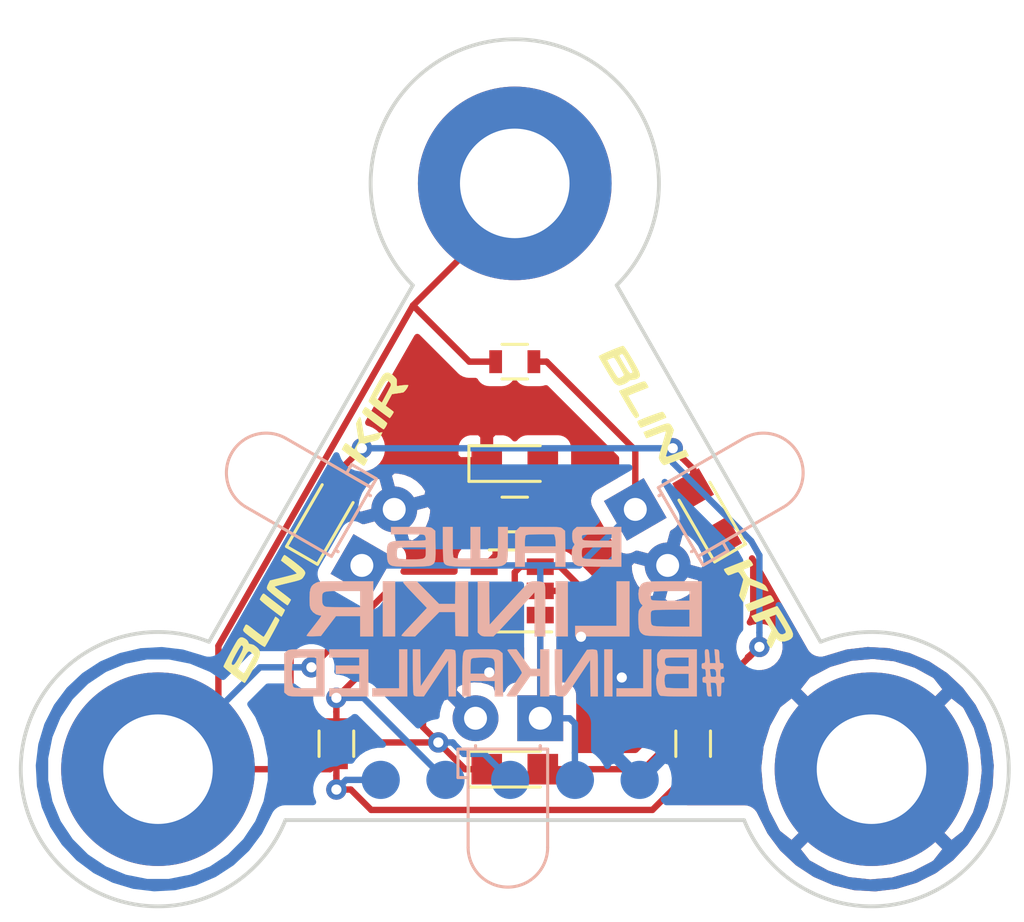
<source format=kicad_pcb>
(kicad_pcb (version 20171130) (host pcbnew "(5.0.0)")

  (general
    (thickness 1.6)
    (drawings 6)
    (tracks 115)
    (zones 0)
    (modules 22)
    (nets 9)
  )

  (page A4)
  (layers
    (0 F.Cu signal)
    (31 B.Cu signal)
    (32 B.Adhes user hide)
    (33 F.Adhes user hide)
    (34 B.Paste user hide)
    (35 F.Paste user hide)
    (36 B.SilkS user)
    (37 F.SilkS user)
    (38 B.Mask user hide)
    (39 F.Mask user hide)
    (40 Dwgs.User user hide)
    (41 Cmts.User user)
    (42 Eco1.User user)
    (43 Eco2.User user)
    (44 Edge.Cuts user)
    (45 Margin user)
    (46 B.CrtYd user hide)
    (47 F.CrtYd user)
    (48 B.Fab user hide)
    (49 F.Fab user hide)
  )

  (setup
    (last_trace_width 0.25)
    (trace_clearance 0.2)
    (zone_clearance 0.508)
    (zone_45_only no)
    (trace_min 0.2)
    (segment_width 0.2)
    (edge_width 0.15)
    (via_size 0.8)
    (via_drill 0.4)
    (via_min_size 0.4)
    (via_min_drill 0.3)
    (uvia_size 0.3)
    (uvia_drill 0.1)
    (uvias_allowed no)
    (uvia_min_size 0.2)
    (uvia_min_drill 0.1)
    (pcb_text_width 0.3)
    (pcb_text_size 1.5 1.5)
    (mod_edge_width 0.15)
    (mod_text_size 1 1)
    (mod_text_width 0.15)
    (pad_size 1.5 1.5)
    (pad_drill 0)
    (pad_to_mask_clearance 0.2)
    (aux_axis_origin 0 0)
    (visible_elements 7FFFFFFF)
    (pcbplotparams
      (layerselection 0x010fc_ffffffff)
      (usegerberextensions false)
      (usegerberattributes false)
      (usegerberadvancedattributes false)
      (creategerberjobfile false)
      (excludeedgelayer true)
      (linewidth 0.100000)
      (plotframeref false)
      (viasonmask false)
      (mode 1)
      (useauxorigin false)
      (hpglpennumber 1)
      (hpglpenspeed 20)
      (hpglpendiameter 15.000000)
      (psnegative false)
      (psa4output false)
      (plotreference true)
      (plotvalue true)
      (plotinvisibletext false)
      (padsonsilk false)
      (subtractmaskfromsilk false)
      (outputformat 1)
      (mirror false)
      (drillshape 0)
      (scaleselection 1)
      (outputdirectory "../../../Desktop/"))
  )

  (net 0 "")
  (net 1 VCC)
  (net 2 GND)
  (net 3 "Net-(D1-Pad2)")
  (net 4 /BLINK)
  (net 5 /RESET)
  (net 6 "Net-(D2-Pad2)")
  (net 7 /SENCE_BLINK)
  (net 8 /SEND_BLINK)

  (net_class Default "This is the default net class."
    (clearance 0.2)
    (trace_width 0.25)
    (via_dia 0.8)
    (via_drill 0.4)
    (uvia_dia 0.3)
    (uvia_drill 0.1)
    (add_net /BLINK)
    (add_net /RESET)
    (add_net /SENCE_BLINK)
    (add_net /SEND_BLINK)
    (add_net GND)
    (add_net "Net-(D1-Pad2)")
    (add_net "Net-(D2-Pad2)")
    (add_net VCC)
  )

  (module LEDs:LED_0805 (layer F.Cu) (tedit 5B8EADC2) (tstamp 5B857A55)
    (at 184 62)
    (descr "LED 0805 smd package")
    (tags "LED led 0805 SMD smd SMT smt smdled SMDLED smtled SMTLED")
    (path /5B857497)
    (attr smd)
    (fp_text reference D1 (at 22 -2.8) (layer F.SilkS) hide
      (effects (font (size 1 1) (thickness 0.15)))
    )
    (fp_text value LED (at 0 1.55) (layer F.Fab)
      (effects (font (size 1 1) (thickness 0.15)))
    )
    (fp_text user %R (at 0 -1.25) (layer F.Fab)
      (effects (font (size 0.4 0.4) (thickness 0.1)))
    )
    (fp_line (start -1.95 -0.85) (end 1.95 -0.85) (layer F.CrtYd) (width 0.05))
    (fp_line (start -1.95 0.85) (end -1.95 -0.85) (layer F.CrtYd) (width 0.05))
    (fp_line (start 1.95 0.85) (end -1.95 0.85) (layer F.CrtYd) (width 0.05))
    (fp_line (start 1.95 -0.85) (end 1.95 0.85) (layer F.CrtYd) (width 0.05))
    (fp_line (start -1.8 -0.7) (end 1 -0.7) (layer F.SilkS) (width 0.12))
    (fp_line (start -1.8 0.7) (end 1 0.7) (layer F.SilkS) (width 0.12))
    (fp_line (start -1 0.6) (end -1 -0.6) (layer F.Fab) (width 0.1))
    (fp_line (start -1 -0.6) (end 1 -0.6) (layer F.Fab) (width 0.1))
    (fp_line (start 1 -0.6) (end 1 0.6) (layer F.Fab) (width 0.1))
    (fp_line (start 1 0.6) (end -1 0.6) (layer F.Fab) (width 0.1))
    (fp_line (start 0.2 -0.4) (end 0.2 0.4) (layer F.Fab) (width 0.1))
    (fp_line (start 0.2 0.4) (end -0.4 0) (layer F.Fab) (width 0.1))
    (fp_line (start -0.4 0) (end 0.2 -0.4) (layer F.Fab) (width 0.1))
    (fp_line (start -0.4 -0.4) (end -0.4 0.4) (layer F.Fab) (width 0.1))
    (fp_line (start -1.8 -0.7) (end -1.8 0.7) (layer F.SilkS) (width 0.12))
    (pad 1 smd rect (at -1.1 0 180) (size 1.2 1.2) (layers F.Cu F.Paste F.Mask)
      (net 2 GND))
    (pad 2 smd rect (at 1.1 0 180) (size 1.2 1.2) (layers F.Cu F.Paste F.Mask)
      (net 3 "Net-(D1-Pad2)"))
    (model ${KISYS3DMOD}/LEDs.3dshapes/LED_0805.wrl
      (at (xyz 0 0 0))
      (scale (xyz 1 1 1))
      (rotate (xyz 0 0 180))
    )
  )

  (module Resistors_SMD:R_0603 (layer F.Cu) (tedit 5B8EADBE) (tstamp 5B857A66)
    (at 184 64)
    (descr "Resistor SMD 0603, reflow soldering, Vishay (see dcrcw.pdf)")
    (tags "resistor 0603")
    (path /5B857B67)
    (attr smd)
    (fp_text reference R1 (at 13 -8.4) (layer F.SilkS) hide
      (effects (font (size 1 1) (thickness 0.15)))
    )
    (fp_text value 330R (at 0 1.5) (layer F.Fab)
      (effects (font (size 1 1) (thickness 0.15)))
    )
    (fp_line (start 1.25 0.7) (end -1.25 0.7) (layer F.CrtYd) (width 0.05))
    (fp_line (start 1.25 0.7) (end 1.25 -0.7) (layer F.CrtYd) (width 0.05))
    (fp_line (start -1.25 -0.7) (end -1.25 0.7) (layer F.CrtYd) (width 0.05))
    (fp_line (start -1.25 -0.7) (end 1.25 -0.7) (layer F.CrtYd) (width 0.05))
    (fp_line (start -0.5 -0.68) (end 0.5 -0.68) (layer F.SilkS) (width 0.12))
    (fp_line (start 0.5 0.68) (end -0.5 0.68) (layer F.SilkS) (width 0.12))
    (fp_line (start -0.8 -0.4) (end 0.8 -0.4) (layer F.Fab) (width 0.1))
    (fp_line (start 0.8 -0.4) (end 0.8 0.4) (layer F.Fab) (width 0.1))
    (fp_line (start 0.8 0.4) (end -0.8 0.4) (layer F.Fab) (width 0.1))
    (fp_line (start -0.8 0.4) (end -0.8 -0.4) (layer F.Fab) (width 0.1))
    (fp_text user %R (at 0 0) (layer F.Fab)
      (effects (font (size 0.4 0.4) (thickness 0.075)))
    )
    (pad 2 smd rect (at 0.75 0) (size 0.5 0.9) (layers F.Cu F.Paste F.Mask)
      (net 3 "Net-(D1-Pad2)"))
    (pad 1 smd rect (at -0.75 0) (size 0.5 0.9) (layers F.Cu F.Paste F.Mask)
      (net 4 /BLINK))
    (model ${KISYS3DMOD}/Resistors_SMD.3dshapes/R_0603.wrl
      (at (xyz 0 0 0))
      (scale (xyz 1 1 1))
      (rotate (xyz 0 0 0))
    )
  )

  (module Resistors_SMD:R_0603 (layer F.Cu) (tedit 5B8EADDF) (tstamp 5B857A77)
    (at 177 73 270)
    (descr "Resistor SMD 0603, reflow soldering, Vishay (see dcrcw.pdf)")
    (tags "resistor 0603")
    (path /5B85D356)
    (attr smd)
    (fp_text reference R2 (at 8.8 -4.2 270) (layer F.SilkS) hide
      (effects (font (size 1 1) (thickness 0.15)))
    )
    (fp_text value 10K (at 0 1.5 270) (layer F.Fab)
      (effects (font (size 1 1) (thickness 0.15)))
    )
    (fp_line (start 1.25 0.7) (end -1.25 0.7) (layer F.CrtYd) (width 0.05))
    (fp_line (start 1.25 0.7) (end 1.25 -0.7) (layer F.CrtYd) (width 0.05))
    (fp_line (start -1.25 -0.7) (end -1.25 0.7) (layer F.CrtYd) (width 0.05))
    (fp_line (start -1.25 -0.7) (end 1.25 -0.7) (layer F.CrtYd) (width 0.05))
    (fp_line (start -0.5 -0.68) (end 0.5 -0.68) (layer F.SilkS) (width 0.12))
    (fp_line (start 0.5 0.68) (end -0.5 0.68) (layer F.SilkS) (width 0.12))
    (fp_line (start -0.8 -0.4) (end 0.8 -0.4) (layer F.Fab) (width 0.1))
    (fp_line (start 0.8 -0.4) (end 0.8 0.4) (layer F.Fab) (width 0.1))
    (fp_line (start 0.8 0.4) (end -0.8 0.4) (layer F.Fab) (width 0.1))
    (fp_line (start -0.8 0.4) (end -0.8 -0.4) (layer F.Fab) (width 0.1))
    (fp_text user %R (at 0 0 270) (layer F.Fab)
      (effects (font (size 0.4 0.4) (thickness 0.075)))
    )
    (pad 2 smd rect (at 0.75 0 270) (size 0.5 0.9) (layers F.Cu F.Paste F.Mask)
      (net 1 VCC))
    (pad 1 smd rect (at -0.75 0 270) (size 0.5 0.9) (layers F.Cu F.Paste F.Mask)
      (net 5 /RESET))
    (model ${KISYS3DMOD}/Resistors_SMD.3dshapes/R_0603.wrl
      (at (xyz 0 0 0))
      (scale (xyz 1 1 1))
      (rotate (xyz 0 0 0))
    )
  )

  (module Resistors_SMD:R_0603 (layer F.Cu) (tedit 5B8EADCC) (tstamp 5B857A88)
    (at 191 73 90)
    (descr "Resistor SMD 0603, reflow soldering, Vishay (see dcrcw.pdf)")
    (tags "resistor 0603")
    (path /5B858518)
    (attr smd)
    (fp_text reference R3 (at -8.8 -1.8 90) (layer F.SilkS) hide
      (effects (font (size 1 1) (thickness 0.15)))
    )
    (fp_text value 330R (at 0 1.5 90) (layer F.Fab)
      (effects (font (size 1 1) (thickness 0.15)))
    )
    (fp_text user %R (at 0 0 90) (layer F.Fab)
      (effects (font (size 0.4 0.4) (thickness 0.075)))
    )
    (fp_line (start -0.8 0.4) (end -0.8 -0.4) (layer F.Fab) (width 0.1))
    (fp_line (start 0.8 0.4) (end -0.8 0.4) (layer F.Fab) (width 0.1))
    (fp_line (start 0.8 -0.4) (end 0.8 0.4) (layer F.Fab) (width 0.1))
    (fp_line (start -0.8 -0.4) (end 0.8 -0.4) (layer F.Fab) (width 0.1))
    (fp_line (start 0.5 0.68) (end -0.5 0.68) (layer F.SilkS) (width 0.12))
    (fp_line (start -0.5 -0.68) (end 0.5 -0.68) (layer F.SilkS) (width 0.12))
    (fp_line (start -1.25 -0.7) (end 1.25 -0.7) (layer F.CrtYd) (width 0.05))
    (fp_line (start -1.25 -0.7) (end -1.25 0.7) (layer F.CrtYd) (width 0.05))
    (fp_line (start 1.25 0.7) (end 1.25 -0.7) (layer F.CrtYd) (width 0.05))
    (fp_line (start 1.25 0.7) (end -1.25 0.7) (layer F.CrtYd) (width 0.05))
    (pad 1 smd rect (at -0.75 0 90) (size 0.5 0.9) (layers F.Cu F.Paste F.Mask)
      (net 1 VCC))
    (pad 2 smd rect (at 0.75 0 90) (size 0.5 0.9) (layers F.Cu F.Paste F.Mask)
      (net 6 "Net-(D2-Pad2)"))
    (model ${KISYS3DMOD}/Resistors_SMD.3dshapes/R_0603.wrl
      (at (xyz 0 0 0))
      (scale (xyz 1 1 1))
      (rotate (xyz 0 0 0))
    )
  )

  (module Resistors_SMD:R_0603 (layer F.Cu) (tedit 5B8EADBB) (tstamp 5B857A99)
    (at 184 58)
    (descr "Resistor SMD 0603, reflow soldering, Vishay (see dcrcw.pdf)")
    (tags "resistor 0603")
    (path /5B857AB5)
    (attr smd)
    (fp_text reference R4 (at 11.6 -5.8) (layer F.SilkS) hide
      (effects (font (size 1 1) (thickness 0.15)))
    )
    (fp_text value 10K (at 0 1.5) (layer F.Fab)
      (effects (font (size 1 1) (thickness 0.15)))
    )
    (fp_text user %R (at 0 0) (layer F.Fab)
      (effects (font (size 0.4 0.4) (thickness 0.075)))
    )
    (fp_line (start -0.8 0.4) (end -0.8 -0.4) (layer F.Fab) (width 0.1))
    (fp_line (start 0.8 0.4) (end -0.8 0.4) (layer F.Fab) (width 0.1))
    (fp_line (start 0.8 -0.4) (end 0.8 0.4) (layer F.Fab) (width 0.1))
    (fp_line (start -0.8 -0.4) (end 0.8 -0.4) (layer F.Fab) (width 0.1))
    (fp_line (start 0.5 0.68) (end -0.5 0.68) (layer F.SilkS) (width 0.12))
    (fp_line (start -0.5 -0.68) (end 0.5 -0.68) (layer F.SilkS) (width 0.12))
    (fp_line (start -1.25 -0.7) (end 1.25 -0.7) (layer F.CrtYd) (width 0.05))
    (fp_line (start -1.25 -0.7) (end -1.25 0.7) (layer F.CrtYd) (width 0.05))
    (fp_line (start 1.25 0.7) (end 1.25 -0.7) (layer F.CrtYd) (width 0.05))
    (fp_line (start 1.25 0.7) (end -1.25 0.7) (layer F.CrtYd) (width 0.05))
    (pad 1 smd rect (at -0.75 0) (size 0.5 0.9) (layers F.Cu F.Paste F.Mask)
      (net 1 VCC))
    (pad 2 smd rect (at 0.75 0) (size 0.5 0.9) (layers F.Cu F.Paste F.Mask)
      (net 7 /SENCE_BLINK))
    (model ${KISYS3DMOD}/Resistors_SMD.3dshapes/R_0603.wrl
      (at (xyz 0 0 0))
      (scale (xyz 1 1 1))
      (rotate (xyz 0 0 0))
    )
  )

  (module Measurement_Points:Measurement_Point_Round-SMD-Pad_Small (layer B.Cu) (tedit 5B8EAF12) (tstamp 5B857A9F)
    (at 178.74 74.42)
    (descr "Mesurement Point, Round, SMD Pad, DM 1.5mm,")
    (tags "Mesurement Point Round SMD Pad 1.5mm")
    (path /5B856D20)
    (attr virtual)
    (fp_text reference TP1 (at 0.06 10.58) (layer B.SilkS) hide
      (effects (font (size 1 1) (thickness 0.15)) (justify mirror))
    )
    (fp_text value TestPoint (at 0 -2) (layer B.Fab)
      (effects (font (size 1 1) (thickness 0.15)) (justify mirror))
    )
    (fp_circle (center 0 0) (end 1 0) (layer B.CrtYd) (width 0.05))
    (pad 1 smd circle (at 0 0) (size 1.5 1.5) (layers B.Cu B.Mask)
      (net 1 VCC))
  )

  (module Measurement_Points:Measurement_Point_Round-SMD-Pad_Small (layer B.Cu) (tedit 5B8EAF0F) (tstamp 5B857AA5)
    (at 181.28 74.42)
    (descr "Mesurement Point, Round, SMD Pad, DM 1.5mm,")
    (tags "Mesurement Point Round SMD Pad 1.5mm")
    (path /5B856E01)
    (attr virtual)
    (fp_text reference TP2 (at 0 9.18) (layer B.SilkS) hide
      (effects (font (size 1 1) (thickness 0.15)) (justify mirror))
    )
    (fp_text value TestPoint (at 0 -2) (layer B.Fab)
      (effects (font (size 1 1) (thickness 0.15)) (justify mirror))
    )
    (fp_circle (center 0 0) (end 1 0) (layer B.CrtYd) (width 0.05))
    (pad 1 smd circle (at 0 0) (size 1.5 1.5) (layers B.Cu B.Mask)
      (net 5 /RESET))
  )

  (module Measurement_Points:Measurement_Point_Round-SMD-Pad_Small (layer B.Cu) (tedit 5B8EAF18) (tstamp 5B857AAB)
    (at 186.36 74.42)
    (descr "Mesurement Point, Round, SMD Pad, DM 1.5mm,")
    (tags "Mesurement Point Round SMD Pad 1.5mm")
    (path /5B856E41)
    (attr virtual)
    (fp_text reference TP3 (at -0.36 8.78) (layer B.SilkS) hide
      (effects (font (size 1 1) (thickness 0.15)) (justify mirror))
    )
    (fp_text value TestPoint (at 0 -2) (layer B.Fab)
      (effects (font (size 1 1) (thickness 0.15)) (justify mirror))
    )
    (fp_circle (center 0 0) (end 1 0) (layer B.CrtYd) (width 0.05))
    (pad 1 smd circle (at 0 0) (size 1.5 1.5) (layers B.Cu B.Mask)
      (net 7 /SENCE_BLINK))
  )

  (module Measurement_Points:Measurement_Point_Round-SMD-Pad_Small (layer B.Cu) (tedit 5B8EAF15) (tstamp 5B857AB1)
    (at 183.82 74.42)
    (descr "Mesurement Point, Round, SMD Pad, DM 1.5mm,")
    (tags "Mesurement Point Round SMD Pad 1.5mm")
    (path /5B856CA0)
    (attr virtual)
    (fp_text reference TP4 (at -0.22 8.78) (layer B.SilkS) hide
      (effects (font (size 1 1) (thickness 0.15)) (justify mirror))
    )
    (fp_text value TestPoint (at 0 -2) (layer B.Fab)
      (effects (font (size 1 1) (thickness 0.15)) (justify mirror))
    )
    (fp_circle (center 0 0) (end 1 0) (layer B.CrtYd) (width 0.05))
    (pad 1 smd circle (at 0 0) (size 1.5 1.5) (layers B.Cu B.Mask)
      (net 8 /SEND_BLINK))
  )

  (module Measurement_Points:Measurement_Point_Round-SMD-Pad_Small (layer B.Cu) (tedit 5B8EAF1B) (tstamp 5B857AB7)
    (at 188.9 74.42)
    (descr "Mesurement Point, Round, SMD Pad, DM 1.5mm,")
    (tags "Mesurement Point Round SMD Pad 1.5mm")
    (path /5B865409)
    (attr virtual)
    (fp_text reference TP5 (at 0 8.38) (layer B.SilkS) hide
      (effects (font (size 1 1) (thickness 0.15)) (justify mirror))
    )
    (fp_text value TestPoint (at 0 -2) (layer B.Fab)
      (effects (font (size 1 1) (thickness 0.15)) (justify mirror))
    )
    (fp_circle (center 0 0) (end 1 0) (layer B.CrtYd) (width 0.05))
    (pad 1 smd circle (at 0 0) (size 1.5 1.5) (layers B.Cu B.Mask)
      (net 2 GND))
  )

  (module TO_SOT_Packages_SMD:SOT-23-6 (layer F.Cu) (tedit 5B8EADD2) (tstamp 5B857ACD)
    (at 183.9 67 180)
    (descr "6-pin SOT-23 package")
    (tags SOT-23-6)
    (path /5B856BE8)
    (attr smd)
    (fp_text reference U1 (at -16.3 -19.8 180) (layer F.SilkS) hide
      (effects (font (size 1 1) (thickness 0.15)))
    )
    (fp_text value ATtiny10-TS (at 0 2.9 180) (layer F.Fab)
      (effects (font (size 1 1) (thickness 0.15)))
    )
    (fp_line (start 0.9 -1.55) (end 0.9 1.55) (layer F.Fab) (width 0.1))
    (fp_line (start 0.9 1.55) (end -0.9 1.55) (layer F.Fab) (width 0.1))
    (fp_line (start -0.9 -0.9) (end -0.9 1.55) (layer F.Fab) (width 0.1))
    (fp_line (start 0.9 -1.55) (end -0.25 -1.55) (layer F.Fab) (width 0.1))
    (fp_line (start -0.9 -0.9) (end -0.25 -1.55) (layer F.Fab) (width 0.1))
    (fp_line (start -1.9 -1.8) (end -1.9 1.8) (layer F.CrtYd) (width 0.05))
    (fp_line (start -1.9 1.8) (end 1.9 1.8) (layer F.CrtYd) (width 0.05))
    (fp_line (start 1.9 1.8) (end 1.9 -1.8) (layer F.CrtYd) (width 0.05))
    (fp_line (start 1.9 -1.8) (end -1.9 -1.8) (layer F.CrtYd) (width 0.05))
    (fp_line (start 0.9 -1.61) (end -1.55 -1.61) (layer F.SilkS) (width 0.12))
    (fp_line (start -0.9 1.61) (end 0.9 1.61) (layer F.SilkS) (width 0.12))
    (fp_text user %R (at 0 0 270) (layer F.Fab)
      (effects (font (size 0.5 0.5) (thickness 0.075)))
    )
    (pad 5 smd rect (at 1.1 0 180) (size 1.06 0.65) (layers F.Cu F.Paste F.Mask)
      (net 1 VCC))
    (pad 6 smd rect (at 1.1 -0.95 180) (size 1.06 0.65) (layers F.Cu F.Paste F.Mask)
      (net 5 /RESET))
    (pad 4 smd rect (at 1.1 0.95 180) (size 1.06 0.65) (layers F.Cu F.Paste F.Mask)
      (net 4 /BLINK))
    (pad 3 smd rect (at -1.1 0.95 180) (size 1.06 0.65) (layers F.Cu F.Paste F.Mask)
      (net 8 /SEND_BLINK))
    (pad 2 smd rect (at -1.1 0 180) (size 1.06 0.65) (layers F.Cu F.Paste F.Mask)
      (net 2 GND))
    (pad 1 smd rect (at -1.1 -0.95 180) (size 1.06 0.65) (layers F.Cu F.Paste F.Mask)
      (net 7 /SENCE_BLINK))
    (model ${KISYS3DMOD}/TO_SOT_Packages_SMD.3dshapes/SOT-23-6.wrl
      (at (xyz 0 0 0))
      (scale (xyz 1 1 1))
      (rotate (xyz 0 0 0))
    )
  )

  (module LEDs:LED_0805 (layer F.Cu) (tedit 5B8EADC5) (tstamp 5B8D53B5)
    (at 191.55 63.952628 120)
    (descr "LED 0805 smd package")
    (tags "LED led 0805 SMD smd SMT smt smdled SMDLED smtled SMTLED")
    (path /5B856FFC)
    (attr smd)
    (fp_text reference D2 (at -4.641154 13.543971 120) (layer F.SilkS) hide
      (effects (font (size 1 1) (thickness 0.15)))
    )
    (fp_text value LED (at 0 1.55 120) (layer F.Fab)
      (effects (font (size 1 1) (thickness 0.15)))
    )
    (fp_text user %R (at 0 -1.25 120) (layer F.Fab)
      (effects (font (size 0.4 0.4) (thickness 0.1)))
    )
    (fp_line (start -1.95 -0.85) (end 1.95 -0.85) (layer F.CrtYd) (width 0.05))
    (fp_line (start -1.95 0.85) (end -1.95 -0.85) (layer F.CrtYd) (width 0.05))
    (fp_line (start 1.95 0.85) (end -1.95 0.85) (layer F.CrtYd) (width 0.05))
    (fp_line (start 1.95 -0.85) (end 1.95 0.85) (layer F.CrtYd) (width 0.05))
    (fp_line (start -1.8 -0.7) (end 1 -0.7) (layer F.SilkS) (width 0.12))
    (fp_line (start -1.8 0.7) (end 1 0.7) (layer F.SilkS) (width 0.12))
    (fp_line (start -1 0.6) (end -1 -0.6) (layer F.Fab) (width 0.1))
    (fp_line (start -1 -0.6) (end 1 -0.6) (layer F.Fab) (width 0.1))
    (fp_line (start 1 -0.6) (end 1 0.6) (layer F.Fab) (width 0.1))
    (fp_line (start 1 0.6) (end -1 0.6) (layer F.Fab) (width 0.1))
    (fp_line (start 0.2 -0.4) (end 0.2 0.4) (layer F.Fab) (width 0.1))
    (fp_line (start 0.2 0.4) (end -0.4 0) (layer F.Fab) (width 0.1))
    (fp_line (start -0.4 0) (end 0.2 -0.4) (layer F.Fab) (width 0.1))
    (fp_line (start -0.4 -0.4) (end -0.4 0.4) (layer F.Fab) (width 0.1))
    (fp_line (start -1.8 -0.7) (end -1.8 0.7) (layer F.SilkS) (width 0.12))
    (pad 1 smd rect (at -1.1 0 300) (size 1.2 1.2) (layers F.Cu F.Paste F.Mask)
      (net 8 /SEND_BLINK))
    (pad 2 smd rect (at 1.1 0 300) (size 1.2 1.2) (layers F.Cu F.Paste F.Mask)
      (net 6 "Net-(D2-Pad2)"))
    (model ${KISYS3DMOD}/LEDs.3dshapes/LED_0805.wrl
      (at (xyz 0 0 0))
      (scale (xyz 1 1 1))
      (rotate (xyz 0 0 180))
    )
  )

  (module LEDs:LED_0805 (layer F.Cu) (tedit 5B8EADDA) (tstamp 5B8D53CB)
    (at 184 74)
    (descr "LED 0805 smd package")
    (tags "LED led 0805 SMD smd SMT smt smdled SMDLED smtled SMTLED")
    (path /5B8571E7)
    (attr smd)
    (fp_text reference D3 (at 0.8 7.6 90) (layer F.SilkS) hide
      (effects (font (size 1 1) (thickness 0.15)))
    )
    (fp_text value LED (at 0 1.55) (layer F.Fab)
      (effects (font (size 1 1) (thickness 0.15)))
    )
    (fp_line (start -1.8 -0.7) (end -1.8 0.7) (layer F.SilkS) (width 0.12))
    (fp_line (start -0.4 -0.4) (end -0.4 0.4) (layer F.Fab) (width 0.1))
    (fp_line (start -0.4 0) (end 0.2 -0.4) (layer F.Fab) (width 0.1))
    (fp_line (start 0.2 0.4) (end -0.4 0) (layer F.Fab) (width 0.1))
    (fp_line (start 0.2 -0.4) (end 0.2 0.4) (layer F.Fab) (width 0.1))
    (fp_line (start 1 0.6) (end -1 0.6) (layer F.Fab) (width 0.1))
    (fp_line (start 1 -0.6) (end 1 0.6) (layer F.Fab) (width 0.1))
    (fp_line (start -1 -0.6) (end 1 -0.6) (layer F.Fab) (width 0.1))
    (fp_line (start -1 0.6) (end -1 -0.6) (layer F.Fab) (width 0.1))
    (fp_line (start -1.8 0.7) (end 1 0.7) (layer F.SilkS) (width 0.12))
    (fp_line (start -1.8 -0.7) (end 1 -0.7) (layer F.SilkS) (width 0.12))
    (fp_line (start 1.95 -0.85) (end 1.95 0.85) (layer F.CrtYd) (width 0.05))
    (fp_line (start 1.95 0.85) (end -1.95 0.85) (layer F.CrtYd) (width 0.05))
    (fp_line (start -1.95 0.85) (end -1.95 -0.85) (layer F.CrtYd) (width 0.05))
    (fp_line (start -1.95 -0.85) (end 1.95 -0.85) (layer F.CrtYd) (width 0.05))
    (fp_text user %R (at 0 -1.25) (layer F.Fab)
      (effects (font (size 0.4 0.4) (thickness 0.1)))
    )
    (pad 2 smd rect (at 1.1 0 180) (size 1.2 1.2) (layers F.Cu F.Paste F.Mask)
      (net 6 "Net-(D2-Pad2)"))
    (pad 1 smd rect (at -1.1 0 180) (size 1.2 1.2) (layers F.Cu F.Paste F.Mask)
      (net 8 /SEND_BLINK))
    (model ${KISYS3DMOD}/LEDs.3dshapes/LED_0805.wrl
      (at (xyz 0 0 0))
      (scale (xyz 1 1 1))
      (rotate (xyz 0 0 180))
    )
  )

  (module LEDs:LED_0805 (layer F.Cu) (tedit 5B8EADE7) (tstamp 5B8D53E1)
    (at 176.55 64.047372 60)
    (descr "LED 0805 smd package")
    (tags "LED led 0805 SMD smd SMT smt smdled SMDLED smtled SMTLED")
    (path /5B857229)
    (attr smd)
    (fp_text reference D4 (at 2.569357 -6.044486 60) (layer F.SilkS) hide
      (effects (font (size 1 1) (thickness 0.15)))
    )
    (fp_text value LED (at 0 1.55 60) (layer F.Fab)
      (effects (font (size 1 1) (thickness 0.15)))
    )
    (fp_text user %R (at 0 -1.25 60) (layer F.Fab)
      (effects (font (size 0.4 0.4) (thickness 0.1)))
    )
    (fp_line (start -1.95 -0.85) (end 1.95 -0.85) (layer F.CrtYd) (width 0.05))
    (fp_line (start -1.95 0.85) (end -1.95 -0.85) (layer F.CrtYd) (width 0.05))
    (fp_line (start 1.95 0.85) (end -1.95 0.85) (layer F.CrtYd) (width 0.05))
    (fp_line (start 1.95 -0.85) (end 1.95 0.85) (layer F.CrtYd) (width 0.05))
    (fp_line (start -1.8 -0.7) (end 1 -0.7) (layer F.SilkS) (width 0.12))
    (fp_line (start -1.8 0.7) (end 1 0.7) (layer F.SilkS) (width 0.12))
    (fp_line (start -1 0.6) (end -1 -0.6) (layer F.Fab) (width 0.1))
    (fp_line (start -1 -0.6) (end 1 -0.6) (layer F.Fab) (width 0.1))
    (fp_line (start 1 -0.6) (end 1 0.6) (layer F.Fab) (width 0.1))
    (fp_line (start 1 0.6) (end -1 0.6) (layer F.Fab) (width 0.1))
    (fp_line (start 0.2 -0.4) (end 0.2 0.4) (layer F.Fab) (width 0.1))
    (fp_line (start 0.2 0.4) (end -0.4 0) (layer F.Fab) (width 0.1))
    (fp_line (start -0.4 0) (end 0.2 -0.4) (layer F.Fab) (width 0.1))
    (fp_line (start -0.4 -0.4) (end -0.4 0.4) (layer F.Fab) (width 0.1))
    (fp_line (start -1.8 -0.7) (end -1.8 0.7) (layer F.SilkS) (width 0.12))
    (pad 1 smd rect (at -1.1 0 240) (size 1.2 1.2) (layers F.Cu F.Paste F.Mask)
      (net 8 /SEND_BLINK))
    (pad 2 smd rect (at 1.1 0 240) (size 1.2 1.2) (layers F.Cu F.Paste F.Mask)
      (net 6 "Net-(D2-Pad2)"))
    (model ${KISYS3DMOD}/LEDs.3dshapes/LED_0805.wrl
      (at (xyz 0 0 0))
      (scale (xyz 1 1 1))
      (rotate (xyz 0 0 180))
    )
  )

  (module Mounting_Holes:MountingHole_4.3mm_M4_ISO7380_Pad (layer F.Cu) (tedit 5B8EADB8) (tstamp 5B8D53E9)
    (at 184 51)
    (descr "Mounting Hole 4.3mm, M4, ISO7380")
    (tags "mounting hole 4.3mm m4 iso7380")
    (path /5B8E33C4)
    (attr virtual)
    (fp_text reference J1 (at 1.4 -8.2) (layer F.SilkS) hide
      (effects (font (size 1 1) (thickness 0.15)))
    )
    (fp_text value Conn_01x01 (at 0 4.8) (layer F.Fab)
      (effects (font (size 1 1) (thickness 0.15)))
    )
    (fp_circle (center 0 0) (end 4.05 0) (layer F.CrtYd) (width 0.05))
    (fp_circle (center 0 0) (end 3.8 0) (layer Cmts.User) (width 0.15))
    (fp_text user %R (at 0.3 0) (layer F.Fab)
      (effects (font (size 1 1) (thickness 0.15)))
    )
    (pad 1 thru_hole circle (at 0 0) (size 7.6 7.6) (drill 4.3) (layers *.Cu *.Mask)
      (net 1 VCC))
  )

  (module Mounting_Holes:MountingHole_4.3mm_M4_ISO7380_Pad (layer F.Cu) (tedit 5B8EADE3) (tstamp 5B8D53F1)
    (at 170 74)
    (descr "Mounting Hole 4.3mm, M4, ISO7380")
    (tags "mounting hole 4.3mm m4 iso7380")
    (path /5B8E3478)
    (attr virtual)
    (fp_text reference J2 (at 0 -10) (layer F.SilkS) hide
      (effects (font (size 1 1) (thickness 0.15)))
    )
    (fp_text value Conn_01x01 (at 0 4.8) (layer F.Fab)
      (effects (font (size 1 1) (thickness 0.15)))
    )
    (fp_text user %R (at 0.3 0) (layer F.Fab)
      (effects (font (size 1 1) (thickness 0.15)))
    )
    (fp_circle (center 0 0) (end 3.8 0) (layer Cmts.User) (width 0.15))
    (fp_circle (center 0 0) (end 4.05 0) (layer F.CrtYd) (width 0.05))
    (pad 1 thru_hole circle (at 0 0) (size 7.6 7.6) (drill 4.3) (layers *.Cu *.Mask)
      (net 1 VCC))
  )

  (module Mounting_Holes:MountingHole_4.3mm_M4_ISO7380_Pad (layer F.Cu) (tedit 5B8EADC8) (tstamp 5B8D53F9)
    (at 198 74)
    (descr "Mounting Hole 4.3mm, M4, ISO7380")
    (tags "mounting hole 4.3mm m4 iso7380")
    (path /5B8E34CE)
    (attr virtual)
    (fp_text reference J3 (at 8 -10.2) (layer F.SilkS) hide
      (effects (font (size 1 1) (thickness 0.15)))
    )
    (fp_text value Conn_01x01 (at 0 4.8) (layer F.Fab)
      (effects (font (size 1 1) (thickness 0.15)))
    )
    (fp_circle (center 0 0) (end 4.05 0) (layer F.CrtYd) (width 0.05))
    (fp_circle (center 0 0) (end 3.8 0) (layer Cmts.User) (width 0.15))
    (fp_text user %R (at 0.3 0) (layer F.Fab)
      (effects (font (size 1 1) (thickness 0.15)))
    )
    (pad 1 thru_hole circle (at 0 0) (size 7.6 7.6) (drill 4.3) (layers *.Cu *.Mask)
      (net 2 GND))
  )

  (module LEDs:LED_D3.0mm_Horizontal_O1.27mm_Z2.0mm (layer B.Cu) (tedit 5B8EAF1E) (tstamp 5B8D5423)
    (at 185 72 180)
    (descr "LED, diameter 3.0mm z-position of LED center 2.0mm, 2 pins")
    (tags "LED diameter 3.0mm z-position of LED center 2.0mm 2 pins")
    (path /5B857123)
    (fp_text reference Q1 (at -6.2 -8.8 180) (layer B.SilkS) hide
      (effects (font (size 1 1) (thickness 0.15)) (justify mirror))
    )
    (fp_text value Q_Photo_NPN (at 1.27 -7.63 180) (layer B.Fab)
      (effects (font (size 1 1) (thickness 0.15)) (justify mirror))
    )
    (fp_line (start 3.75 1.25) (end -1.25 1.25) (layer B.CrtYd) (width 0.05))
    (fp_line (start 3.75 -6.9) (end 3.75 1.25) (layer B.CrtYd) (width 0.05))
    (fp_line (start -1.25 -6.9) (end 3.75 -6.9) (layer B.CrtYd) (width 0.05))
    (fp_line (start -1.25 1.25) (end -1.25 -6.9) (layer B.CrtYd) (width 0.05))
    (fp_line (start 2.54 -1.08) (end 2.54 -1.08) (layer B.SilkS) (width 0.12))
    (fp_line (start 2.54 -1.21) (end 2.54 -1.08) (layer B.SilkS) (width 0.12))
    (fp_line (start 2.54 -1.21) (end 2.54 -1.21) (layer B.SilkS) (width 0.12))
    (fp_line (start 2.54 -1.08) (end 2.54 -1.21) (layer B.SilkS) (width 0.12))
    (fp_line (start 0 -1.08) (end 0 -1.08) (layer B.SilkS) (width 0.12))
    (fp_line (start 0 -1.21) (end 0 -1.08) (layer B.SilkS) (width 0.12))
    (fp_line (start 0 -1.21) (end 0 -1.21) (layer B.SilkS) (width 0.12))
    (fp_line (start 0 -1.08) (end 0 -1.21) (layer B.SilkS) (width 0.12))
    (fp_line (start 2.83 -1.21) (end 3.23 -1.21) (layer B.SilkS) (width 0.12))
    (fp_line (start 2.83 -2.33) (end 2.83 -1.21) (layer B.SilkS) (width 0.12))
    (fp_line (start 3.23 -2.33) (end 2.83 -2.33) (layer B.SilkS) (width 0.12))
    (fp_line (start 3.23 -1.21) (end 3.23 -2.33) (layer B.SilkS) (width 0.12))
    (fp_line (start -0.29 -1.21) (end 2.83 -1.21) (layer B.SilkS) (width 0.12))
    (fp_line (start 2.83 -1.21) (end 2.83 -5.07) (layer B.SilkS) (width 0.12))
    (fp_line (start -0.29 -1.21) (end -0.29 -5.07) (layer B.SilkS) (width 0.12))
    (fp_line (start 2.54 0) (end 2.54 0) (layer B.Fab) (width 0.1))
    (fp_line (start 2.54 -1.27) (end 2.54 0) (layer B.Fab) (width 0.1))
    (fp_line (start 2.54 -1.27) (end 2.54 -1.27) (layer B.Fab) (width 0.1))
    (fp_line (start 2.54 0) (end 2.54 -1.27) (layer B.Fab) (width 0.1))
    (fp_line (start 0 0) (end 0 0) (layer B.Fab) (width 0.1))
    (fp_line (start 0 -1.27) (end 0 0) (layer B.Fab) (width 0.1))
    (fp_line (start 0 -1.27) (end 0 -1.27) (layer B.Fab) (width 0.1))
    (fp_line (start 0 0) (end 0 -1.27) (layer B.Fab) (width 0.1))
    (fp_line (start 2.77 -1.27) (end 3.17 -1.27) (layer B.Fab) (width 0.1))
    (fp_line (start 2.77 -2.27) (end 2.77 -1.27) (layer B.Fab) (width 0.1))
    (fp_line (start 3.17 -2.27) (end 2.77 -2.27) (layer B.Fab) (width 0.1))
    (fp_line (start 3.17 -1.27) (end 3.17 -2.27) (layer B.Fab) (width 0.1))
    (fp_line (start -0.23 -1.27) (end 2.77 -1.27) (layer B.Fab) (width 0.1))
    (fp_line (start 2.77 -1.27) (end 2.77 -5.07) (layer B.Fab) (width 0.1))
    (fp_line (start -0.23 -1.27) (end -0.23 -5.07) (layer B.Fab) (width 0.1))
    (fp_arc (start 1.27 -5.07) (end -0.29 -5.07) (angle 180) (layer B.SilkS) (width 0.12))
    (fp_arc (start 1.27 -5.07) (end -0.23 -5.07) (angle 180) (layer B.Fab) (width 0.1))
    (pad 2 thru_hole circle (at 2.54 0 180) (size 1.8 1.8) (drill 0.9) (layers *.Cu *.Mask)
      (net 2 GND))
    (pad 1 thru_hole rect (at 0 0 180) (size 1.8 1.8) (drill 0.9) (layers *.Cu *.Mask)
      (net 7 /SENCE_BLINK))
    (model ${KISYS3DMOD}/LEDs.3dshapes/LED_D3.0mm_Horizontal_O1.27mm_Z2.0mm.wrl
      (at (xyz 0 0 0))
      (scale (xyz 0.393701 0.393701 0.393701))
      (rotate (xyz 0 0 0))
    )
  )

  (module LEDs:LED_D3.0mm_Horizontal_O1.27mm_Z2.0mm (layer B.Cu) (tedit 5B8EAF0C) (tstamp 5B8D544D)
    (at 178 66 60)
    (descr "LED, diameter 3.0mm z-position of LED center 2.0mm, 2 pins")
    (tags "LED diameter 3.0mm z-position of LED center 2.0mm 2 pins")
    (path /5B857257)
    (fp_text reference Q2 (at -11.343971 9.551666 60) (layer B.SilkS) hide
      (effects (font (size 1 1) (thickness 0.15)) (justify mirror))
    )
    (fp_text value Q_Photo_NPN (at 1.27 -7.63 60) (layer B.Fab)
      (effects (font (size 1 1) (thickness 0.15)) (justify mirror))
    )
    (fp_arc (start 1.27 -5.07) (end -0.23 -5.07) (angle 180) (layer B.Fab) (width 0.1))
    (fp_arc (start 1.27 -5.07) (end -0.29 -5.07) (angle 180) (layer B.SilkS) (width 0.12))
    (fp_line (start -0.23 -1.27) (end -0.23 -5.07) (layer B.Fab) (width 0.1))
    (fp_line (start 2.77 -1.27) (end 2.77 -5.07) (layer B.Fab) (width 0.1))
    (fp_line (start -0.23 -1.27) (end 2.77 -1.27) (layer B.Fab) (width 0.1))
    (fp_line (start 3.17 -1.27) (end 3.17 -2.27) (layer B.Fab) (width 0.1))
    (fp_line (start 3.17 -2.27) (end 2.77 -2.27) (layer B.Fab) (width 0.1))
    (fp_line (start 2.77 -2.27) (end 2.77 -1.27) (layer B.Fab) (width 0.1))
    (fp_line (start 2.77 -1.27) (end 3.17 -1.27) (layer B.Fab) (width 0.1))
    (fp_line (start 0 0) (end 0 -1.27) (layer B.Fab) (width 0.1))
    (fp_line (start 0 -1.27) (end 0 -1.27) (layer B.Fab) (width 0.1))
    (fp_line (start 0 -1.27) (end 0 0) (layer B.Fab) (width 0.1))
    (fp_line (start 0 0) (end 0 0) (layer B.Fab) (width 0.1))
    (fp_line (start 2.54 0) (end 2.54 -1.27) (layer B.Fab) (width 0.1))
    (fp_line (start 2.54 -1.27) (end 2.54 -1.27) (layer B.Fab) (width 0.1))
    (fp_line (start 2.54 -1.27) (end 2.54 0) (layer B.Fab) (width 0.1))
    (fp_line (start 2.54 0) (end 2.54 0) (layer B.Fab) (width 0.1))
    (fp_line (start -0.29 -1.21) (end -0.29 -5.07) (layer B.SilkS) (width 0.12))
    (fp_line (start 2.83 -1.21) (end 2.83 -5.07) (layer B.SilkS) (width 0.12))
    (fp_line (start -0.29 -1.21) (end 2.83 -1.21) (layer B.SilkS) (width 0.12))
    (fp_line (start 3.23 -1.21) (end 3.23 -2.33) (layer B.SilkS) (width 0.12))
    (fp_line (start 3.23 -2.33) (end 2.83 -2.33) (layer B.SilkS) (width 0.12))
    (fp_line (start 2.83 -2.33) (end 2.83 -1.21) (layer B.SilkS) (width 0.12))
    (fp_line (start 2.83 -1.21) (end 3.23 -1.21) (layer B.SilkS) (width 0.12))
    (fp_line (start 0 -1.08) (end 0 -1.21) (layer B.SilkS) (width 0.12))
    (fp_line (start 0 -1.21) (end 0 -1.21) (layer B.SilkS) (width 0.12))
    (fp_line (start 0 -1.21) (end 0 -1.08) (layer B.SilkS) (width 0.12))
    (fp_line (start 0 -1.08) (end 0 -1.08) (layer B.SilkS) (width 0.12))
    (fp_line (start 2.54 -1.08) (end 2.54 -1.21) (layer B.SilkS) (width 0.12))
    (fp_line (start 2.54 -1.21) (end 2.54 -1.21) (layer B.SilkS) (width 0.12))
    (fp_line (start 2.54 -1.21) (end 2.54 -1.08) (layer B.SilkS) (width 0.12))
    (fp_line (start 2.54 -1.08) (end 2.54 -1.08) (layer B.SilkS) (width 0.12))
    (fp_line (start -1.25 1.25) (end -1.25 -6.9) (layer B.CrtYd) (width 0.05))
    (fp_line (start -1.25 -6.9) (end 3.75 -6.9) (layer B.CrtYd) (width 0.05))
    (fp_line (start 3.75 -6.9) (end 3.75 1.25) (layer B.CrtYd) (width 0.05))
    (fp_line (start 3.75 1.25) (end -1.25 1.25) (layer B.CrtYd) (width 0.05))
    (pad 1 thru_hole rect (at 0 0 60) (size 1.8 1.8) (drill 0.9) (layers *.Cu *.Mask)
      (net 7 /SENCE_BLINK))
    (pad 2 thru_hole circle (at 2.54 0 60) (size 1.8 1.8) (drill 0.9) (layers *.Cu *.Mask)
      (net 2 GND))
    (model ${KISYS3DMOD}/LEDs.3dshapes/LED_D3.0mm_Horizontal_O1.27mm_Z2.0mm.wrl
      (at (xyz 0 0 0))
      (scale (xyz 0.393701 0.393701 0.393701))
      (rotate (xyz 0 0 0))
    )
  )

  (module LEDs:LED_D3.0mm_Horizontal_O1.27mm_Z2.0mm (layer B.Cu) (tedit 5B8EAF22) (tstamp 5B8D5477)
    (at 188.73 63.800295 300)
    (descr "LED, diameter 3.0mm z-position of LED center 2.0mm, 2 pins")
    (tags "LED diameter 3.0mm z-position of LED center 2.0mm 2 pins")
    (path /5B857295)
    (fp_text reference Q3 (at 16.65436 -27.646787 300) (layer B.SilkS) hide
      (effects (font (size 1 1) (thickness 0.15)) (justify mirror))
    )
    (fp_text value Q_Photo_NPN (at 1.27 -7.63 300) (layer B.Fab)
      (effects (font (size 1 1) (thickness 0.15)) (justify mirror))
    )
    (fp_line (start 3.75 1.25) (end -1.25 1.25) (layer B.CrtYd) (width 0.05))
    (fp_line (start 3.75 -6.9) (end 3.75 1.25) (layer B.CrtYd) (width 0.05))
    (fp_line (start -1.25 -6.9) (end 3.75 -6.9) (layer B.CrtYd) (width 0.05))
    (fp_line (start -1.25 1.25) (end -1.25 -6.9) (layer B.CrtYd) (width 0.05))
    (fp_line (start 2.54 -1.08) (end 2.54 -1.08) (layer B.SilkS) (width 0.12))
    (fp_line (start 2.54 -1.21) (end 2.54 -1.08) (layer B.SilkS) (width 0.12))
    (fp_line (start 2.54 -1.21) (end 2.54 -1.21) (layer B.SilkS) (width 0.12))
    (fp_line (start 2.54 -1.08) (end 2.54 -1.21) (layer B.SilkS) (width 0.12))
    (fp_line (start 0 -1.08) (end 0 -1.08) (layer B.SilkS) (width 0.12))
    (fp_line (start 0 -1.21) (end 0 -1.08) (layer B.SilkS) (width 0.12))
    (fp_line (start 0 -1.21) (end 0 -1.21) (layer B.SilkS) (width 0.12))
    (fp_line (start 0 -1.08) (end 0 -1.21) (layer B.SilkS) (width 0.12))
    (fp_line (start 2.83 -1.21) (end 3.23 -1.21) (layer B.SilkS) (width 0.12))
    (fp_line (start 2.83 -2.33) (end 2.83 -1.21) (layer B.SilkS) (width 0.12))
    (fp_line (start 3.23 -2.33) (end 2.83 -2.33) (layer B.SilkS) (width 0.12))
    (fp_line (start 3.23 -1.21) (end 3.23 -2.33) (layer B.SilkS) (width 0.12))
    (fp_line (start -0.29 -1.21) (end 2.83 -1.21) (layer B.SilkS) (width 0.12))
    (fp_line (start 2.83 -1.21) (end 2.83 -5.07) (layer B.SilkS) (width 0.12))
    (fp_line (start -0.29 -1.21) (end -0.29 -5.07) (layer B.SilkS) (width 0.12))
    (fp_line (start 2.54 0) (end 2.54 0) (layer B.Fab) (width 0.1))
    (fp_line (start 2.54 -1.27) (end 2.54 0) (layer B.Fab) (width 0.1))
    (fp_line (start 2.54 -1.27) (end 2.54 -1.27) (layer B.Fab) (width 0.1))
    (fp_line (start 2.54 0) (end 2.54 -1.27) (layer B.Fab) (width 0.1))
    (fp_line (start 0 0) (end 0 0) (layer B.Fab) (width 0.1))
    (fp_line (start 0 -1.27) (end 0 0) (layer B.Fab) (width 0.1))
    (fp_line (start 0 -1.27) (end 0 -1.27) (layer B.Fab) (width 0.1))
    (fp_line (start 0 0) (end 0 -1.27) (layer B.Fab) (width 0.1))
    (fp_line (start 2.77 -1.27) (end 3.17 -1.27) (layer B.Fab) (width 0.1))
    (fp_line (start 2.77 -2.27) (end 2.77 -1.27) (layer B.Fab) (width 0.1))
    (fp_line (start 3.17 -2.27) (end 2.77 -2.27) (layer B.Fab) (width 0.1))
    (fp_line (start 3.17 -1.27) (end 3.17 -2.27) (layer B.Fab) (width 0.1))
    (fp_line (start -0.23 -1.27) (end 2.77 -1.27) (layer B.Fab) (width 0.1))
    (fp_line (start 2.77 -1.27) (end 2.77 -5.07) (layer B.Fab) (width 0.1))
    (fp_line (start -0.23 -1.27) (end -0.23 -5.07) (layer B.Fab) (width 0.1))
    (fp_arc (start 1.27 -5.07) (end -0.29 -5.07) (angle 180) (layer B.SilkS) (width 0.12))
    (fp_arc (start 1.27 -5.07) (end -0.23 -5.07) (angle 180) (layer B.Fab) (width 0.1))
    (pad 2 thru_hole circle (at 2.54 0 300) (size 1.8 1.8) (drill 0.9) (layers *.Cu *.Mask)
      (net 2 GND))
    (pad 1 thru_hole rect (at 0 0 300) (size 1.8 1.8) (drill 0.9) (layers *.Cu *.Mask)
      (net 7 /SENCE_BLINK))
    (model ${KISYS3DMOD}/LEDs.3dshapes/LED_D3.0mm_Horizontal_O1.27mm_Z2.0mm.wrl
      (at (xyz 0 0 0))
      (scale (xyz 0.393701 0.393701 0.393701))
      (rotate (xyz 0 0 0))
    )
  )

  (module Silks:toside (layer F.Cu) (tedit 0) (tstamp 5B8EAE25)
    (at 183.8 64)
    (fp_text reference G*** (at 0 0) (layer F.SilkS) hide
      (effects (font (size 1.524 1.524) (thickness 0.3)))
    )
    (fp_text value LOGO (at 0.75 0) (layer F.SilkS) hide
      (effects (font (size 1.524 1.524) (thickness 0.3)))
    )
    (fp_poly (pts (xy 4.488406 -6.591555) (xy 4.546848 -6.514481) (xy 4.627581 -6.392889) (xy 4.726722 -6.232577)
      (xy 4.817649 -6.078674) (xy 4.935671 -5.872732) (xy 5.021881 -5.713399) (xy 5.078044 -5.593203)
      (xy 5.105929 -5.50467) (xy 5.107303 -5.440328) (xy 5.083932 -5.392704) (xy 5.037584 -5.354326)
      (xy 4.994669 -5.330122) (xy 4.900868 -5.297521) (xy 4.81211 -5.289757) (xy 4.718611 -5.272553)
      (xy 4.671049 -5.23102) (xy 4.607608 -5.179598) (xy 4.511893 -5.129273) (xy 4.466444 -5.111659)
      (xy 4.371837 -5.080145) (xy 4.315175 -5.066862) (xy 4.273999 -5.069948) (xy 4.225852 -5.087537)
      (xy 4.217419 -5.090993) (xy 4.144824 -5.136261) (xy 4.101514 -5.176506) (xy 4.069408 -5.221949)
      (xy 4.013505 -5.309843) (xy 3.94034 -5.429102) (xy 3.856448 -5.568637) (xy 3.768364 -5.717359)
      (xy 3.68262 -5.864179) (xy 3.605753 -5.998009) (xy 3.568994 -6.063656) (xy 3.825669 -6.063656)
      (xy 3.835996 -6.033749) (xy 3.873188 -5.962881) (xy 3.929645 -5.863614) (xy 3.997768 -5.748512)
      (xy 4.069957 -5.630135) (xy 4.138611 -5.521046) (xy 4.196133 -5.433807) (xy 4.234921 -5.380981)
      (xy 4.244215 -5.371799) (xy 4.276338 -5.353301) (xy 4.305489 -5.353478) (xy 4.355932 -5.376236)
      (xy 4.394062 -5.39593) (xy 4.458303 -5.438732) (xy 4.487768 -5.477266) (xy 4.48797 -5.479684)
      (xy 4.47292 -5.519444) (xy 4.433011 -5.599697) (xy 4.376101 -5.706329) (xy 4.31005 -5.825224)
      (xy 4.242716 -5.942269) (xy 4.181959 -6.043348) (xy 4.135639 -6.114349) (xy 4.131056 -6.120675)
      (xy 4.099992 -6.15458) (xy 4.063005 -6.160816) (xy 3.998174 -6.13998) (xy 3.962157 -6.125287)
      (xy 3.882451 -6.091176) (xy 3.83251 -6.067795) (xy 3.825669 -6.063656) (xy 3.568994 -6.063656)
      (xy 3.544297 -6.107761) (xy 3.504785 -6.182346) (xy 3.493571 -6.208143) (xy 3.516207 -6.227436)
      (xy 4.30314 -6.227436) (xy 4.322309 -6.186444) (xy 4.367147 -6.103012) (xy 4.430866 -5.989462)
      (xy 4.503177 -5.864115) (xy 4.602351 -5.702087) (xy 4.677999 -5.596319) (xy 4.731795 -5.544614)
      (xy 4.750856 -5.538346) (xy 4.808029 -5.559344) (xy 4.824915 -5.581738) (xy 4.814559 -5.619378)
      (xy 4.77862 -5.698603) (xy 4.724169 -5.806355) (xy 4.658281 -5.929574) (xy 4.588028 -6.055201)
      (xy 4.520484 -6.170179) (xy 4.462722 -6.261447) (xy 4.437384 -6.297205) (xy 4.401374 -6.301376)
      (xy 4.348226 -6.278915) (xy 4.308283 -6.245591) (xy 4.30314 -6.227436) (xy 3.516207 -6.227436)
      (xy 3.518741 -6.229595) (xy 3.591496 -6.268787) (xy 3.699981 -6.320668) (xy 3.832341 -6.380186)
      (xy 3.976723 -6.44229) (xy 4.121272 -6.501928) (xy 4.254133 -6.554048) (xy 4.363452 -6.593601)
      (xy 4.437374 -6.615533) (xy 4.45614 -6.618312) (xy 4.488406 -6.591555)) (layer F.SilkS) (width 0.01))
    (fp_poly (pts (xy 5.303312 -5.219369) (xy 5.325899 -5.205808) (xy 5.334719 -5.195362) (xy 5.386917 -5.117257)
      (xy 5.426128 -5.044461) (xy 5.44256 -4.996228) (xy 5.440253 -4.987883) (xy 5.407267 -4.973388)
      (xy 5.326413 -4.940413) (xy 5.20915 -4.893565) (xy 5.066933 -4.837451) (xy 5.03703 -4.825728)
      (xy 4.892656 -4.7685) (xy 4.772449 -4.719544) (xy 4.687379 -4.683426) (xy 4.648416 -4.664712)
      (xy 4.647118 -4.663419) (xy 4.662329 -4.634049) (xy 4.704123 -4.559909) (xy 4.76674 -4.451058)
      (xy 4.844421 -4.317558) (xy 4.875618 -4.264287) (xy 4.96514 -4.110563) (xy 5.02557 -4.002117)
      (xy 5.060546 -3.929624) (xy 5.073706 -3.883762) (xy 5.068688 -3.855206) (xy 5.049131 -3.834634)
      (xy 5.044597 -3.831243) (xy 4.981069 -3.796393) (xy 4.945672 -3.787719) (xy 4.915945 -3.813745)
      (xy 4.861899 -3.88509) (xy 4.790541 -3.991658) (xy 4.70888 -4.123351) (xy 4.686085 -4.161717)
      (xy 4.561766 -4.373126) (xy 4.466365 -4.53612) (xy 4.396343 -4.657046) (xy 4.348156 -4.742251)
      (xy 4.318263 -4.798081) (xy 4.303123 -4.830882) (xy 4.299194 -4.847002) (xy 4.301083 -4.85164)
      (xy 4.33317 -4.866327) (xy 4.414445 -4.900186) (xy 4.534845 -4.949116) (xy 4.684304 -5.009017)
      (xy 4.803353 -5.056279) (xy 4.98507 -5.127567) (xy 5.116888 -5.177155) (xy 5.207843 -5.207408)
      (xy 5.266973 -5.220691) (xy 5.303312 -5.219369)) (layer F.SilkS) (width 0.01))
    (fp_poly (pts (xy -4.630786 -5.507246) (xy -4.553577 -5.444656) (xy -4.476548 -5.369312) (xy -4.43752 -5.31167)
      (xy -4.425776 -5.248457) (xy -4.429124 -5.17442) (xy -4.432371 -5.085168) (xy -4.420895 -5.045701)
      (xy -4.392685 -5.042696) (xy -4.316337 -5.057958) (xy -4.218026 -5.070783) (xy -4.117005 -5.079646)
      (xy -4.032526 -5.083023) (xy -3.983841 -5.079388) (xy -3.978697 -5.075484) (xy -3.997971 -5.014678)
      (xy -4.045294 -4.934508) (xy -4.104918 -4.856724) (xy -4.161094 -4.803076) (xy -4.184058 -4.79187)
      (xy -4.251 -4.780603) (xy -4.354302 -4.764714) (xy -4.433748 -4.753089) (xy -4.618248 -4.726692)
      (xy -4.742265 -4.497302) (xy -4.866283 -4.267911) (xy -4.708956 -4.152423) (xy -4.626468 -4.09017)
      (xy -4.569505 -4.043926) (xy -4.551629 -4.02555) (xy -4.567489 -3.986325) (xy -4.60555 -3.921401)
      (xy -4.651531 -3.852503) (xy -4.691151 -3.80136) (xy -4.707946 -3.787719) (xy -4.739701 -3.806184)
      (xy -4.812537 -3.857151) (xy -4.917333 -3.933979) (xy -5.044968 -4.03003) (xy -5.126544 -4.092451)
      (xy -5.262928 -4.199505) (xy -5.380246 -4.295531) (xy -5.469575 -4.372911) (xy -5.521994 -4.424032)
      (xy -5.531937 -4.438498) (xy -5.520283 -4.479232) (xy -5.482338 -4.563883) (xy -5.478077 -4.572482)
      (xy -5.246821 -4.572482) (xy -5.017445 -4.390198) (xy -4.848612 -4.701678) (xy -4.778072 -4.833923)
      (xy -4.717989 -4.950469) (xy -4.675619 -5.037005) (xy -4.65937 -5.074952) (xy -4.66333 -5.137956)
      (xy -4.721385 -5.207578) (xy -4.727101 -5.212561) (xy -4.770379 -5.247437) (xy -4.805997 -5.262876)
      (xy -4.840732 -5.25249) (xy -4.881362 -5.209891) (xy -4.934666 -5.12869) (xy -5.007421 -5.0025)
      (xy -5.071144 -4.888309) (xy -5.246821 -4.572482) (xy -5.478077 -4.572482) (xy -5.424064 -4.681483)
      (xy -5.351424 -4.821066) (xy -5.27038 -4.971665) (xy -5.186895 -5.122313) (xy -5.106929 -5.262042)
      (xy -5.036447 -5.379886) (xy -4.98141 -5.464878) (xy -4.955625 -5.498559) (xy -4.861635 -5.562737)
      (xy -4.752861 -5.565566) (xy -4.630786 -5.507246)) (layer F.SilkS) (width 0.01))
    (fp_poly (pts (xy 6.003778 -4.029348) (xy 6.038938 -3.997114) (xy 6.082134 -3.935911) (xy 6.120036 -3.868246)
      (xy 6.139314 -3.81663) (xy 6.137497 -3.80355) (xy 6.106116 -3.789042) (xy 6.027514 -3.756086)
      (xy 5.913729 -3.709498) (xy 5.776798 -3.654093) (xy 5.628756 -3.594687) (xy 5.481642 -3.536094)
      (xy 5.34749 -3.483131) (xy 5.238338 -3.440612) (xy 5.166223 -3.413353) (xy 5.14318 -3.405765)
      (xy 5.121042 -3.430441) (xy 5.080139 -3.492398) (xy 5.062359 -3.521847) (xy 5.02569 -3.598264)
      (xy 5.015194 -3.651874) (xy 5.019428 -3.661691) (xy 5.063325 -3.686526) (xy 5.152657 -3.726304)
      (xy 5.274883 -3.77634) (xy 5.417463 -3.83195) (xy 5.567855 -3.888449) (xy 5.713519 -3.941155)
      (xy 5.841914 -3.985382) (xy 5.9405 -4.016447) (xy 5.996735 -4.029667) (xy 6.003778 -4.029348)) (layer F.SilkS) (width 0.01))
    (fp_poly (pts (xy -5.633584 -4.204435) (xy -5.562196 -4.159511) (xy -5.461534 -4.090524) (xy -5.341956 -4.005154)
      (xy -5.213815 -3.911082) (xy -5.087466 -3.815987) (xy -4.973266 -3.72755) (xy -4.881569 -3.653451)
      (xy -4.822731 -3.60137) (xy -4.806266 -3.58047) (xy -4.821206 -3.530384) (xy -4.856971 -3.459942)
      (xy -4.899981 -3.391897) (xy -4.936653 -3.349004) (xy -4.947436 -3.343968) (xy -4.983373 -3.363331)
      (xy -5.059291 -3.415324) (xy -5.165398 -3.492893) (xy -5.291901 -3.588981) (xy -5.347368 -3.632076)
      (xy -5.50924 -3.758536) (xy -5.627337 -3.852023) (xy -5.707537 -3.919399) (xy -5.755722 -3.967526)
      (xy -5.777771 -4.003267) (xy -5.779563 -4.033483) (xy -5.766978 -4.065037) (xy -5.748328 -4.10004)
      (xy -5.705009 -4.172142) (xy -5.667625 -4.21606) (xy -5.665344 -4.217616) (xy -5.633584 -4.204435)) (layer F.SilkS) (width 0.01))
    (fp_poly (pts (xy 6.296426 -3.545389) (xy 6.33952 -3.49772) (xy 6.38053 -3.428226) (xy 6.441232 -3.315509)
      (xy 6.287147 -2.811576) (xy 6.234742 -2.640565) (xy 6.188289 -2.489692) (xy 6.15121 -2.37001)
      (xy 6.126924 -2.292572) (xy 6.119428 -2.269586) (xy 6.124824 -2.259079) (xy 6.157005 -2.262284)
      (xy 6.222031 -2.281247) (xy 6.325963 -2.318011) (xy 6.474861 -2.374623) (xy 6.674787 -2.453128)
      (xy 6.739571 -2.478848) (xy 6.906335 -2.545168) (xy 7.029797 -2.303162) (xy 6.56258 -2.121736)
      (xy 6.400138 -2.059599) (xy 6.257255 -2.006714) (xy 6.145019 -1.967047) (xy 6.074519 -1.944563)
      (xy 6.057196 -1.940957) (xy 6.015554 -1.96475) (xy 5.957606 -2.023471) (xy 5.937835 -2.048055)
      (xy 5.885714 -2.135491) (xy 5.858012 -2.219194) (xy 5.856642 -2.235874) (xy 5.865895 -2.294002)
      (xy 5.89138 -2.399832) (xy 5.929683 -2.540515) (xy 5.97739 -2.7032) (xy 6.002425 -2.784684)
      (xy 6.051633 -2.946879) (xy 6.091502 -3.086895) (xy 6.119154 -3.193901) (xy 6.131711 -3.257065)
      (xy 6.131167 -3.269167) (xy 6.09688 -3.264486) (xy 6.015553 -3.23941) (xy 5.898952 -3.197923)
      (xy 5.758841 -3.144011) (xy 5.742827 -3.137624) (xy 5.601759 -3.082117) (xy 5.484012 -3.037578)
      (xy 5.401027 -3.008204) (xy 5.364244 -2.998192) (xy 5.363496 -2.998467) (xy 5.337146 -3.041464)
      (xy 5.303599 -3.109525) (xy 5.273649 -3.178702) (xy 5.258087 -3.225046) (xy 5.25832 -3.231838)
      (xy 5.290312 -3.24661) (xy 5.371272 -3.280064) (xy 5.490766 -3.327995) (xy 5.638362 -3.386197)
      (xy 5.72937 -3.421697) (xy 5.921769 -3.495029) (xy 6.065041 -3.543968) (xy 6.16882 -3.568609)
      (xy 6.242737 -3.569051) (xy 6.296426 -3.545389)) (layer F.SilkS) (width 0.01))
    (fp_poly (pts (xy -5.864862 -3.81764) (xy -5.84266 -3.76722) (xy -5.819075 -3.666376) (xy -5.79101 -3.509947)
      (xy -5.776362 -3.421679) (xy -5.753064 -3.281034) (xy -5.733608 -3.16618) (xy -5.720208 -3.090022)
      (xy -5.715199 -3.06528) (xy -5.684867 -3.07012) (xy -5.60518 -3.08797) (xy -5.488431 -3.115966)
      (xy -5.354357 -3.14936) (xy -5.214277 -3.183865) (xy -5.1 -3.210233) (xy -5.023638 -3.225793)
      (xy -4.997243 -3.228102) (xy -5.009933 -3.195282) (xy -5.042296 -3.124475) (xy -5.066037 -3.074891)
      (xy -5.117168 -2.984625) (xy -5.173607 -2.934018) (xy -5.260513 -2.902244) (xy -5.280887 -2.897029)
      (xy -5.461913 -2.851082) (xy -5.592059 -2.814008) (xy -5.682481 -2.780396) (xy -5.744335 -2.744837)
      (xy -5.788778 -2.701922) (xy -5.826965 -2.646241) (xy -5.838677 -2.626567) (xy -5.885766 -2.540111)
      (xy -5.915258 -2.474225) (xy -5.920301 -2.454198) (xy -5.896613 -2.419703) (xy -5.834475 -2.360911)
      (xy -5.747275 -2.290475) (xy -5.746179 -2.289647) (xy -5.572058 -2.158184) (xy -5.635423 -2.033979)
      (xy -5.679092 -1.958481) (xy -5.714543 -1.914425) (xy -5.723642 -1.909775) (xy -5.755966 -1.928262)
      (xy -5.829614 -1.979419) (xy -5.935689 -2.056792) (xy -6.065299 -2.153925) (xy -6.167345 -2.231816)
      (xy -6.586194 -2.553857) (xy -6.523152 -2.67743) (xy -6.478996 -2.752762) (xy -6.442268 -2.796528)
      (xy -6.432682 -2.801003) (xy -6.395162 -2.782445) (xy -6.325051 -2.734162) (xy -6.250753 -2.677043)
      (xy -6.09625 -2.553083) (xy -6.007642 -2.715116) (xy -5.919035 -2.877148) (xy -5.97229 -3.224044)
      (xy -6.025546 -3.57094) (xy -5.95412 -3.717956) (xy -5.917495 -3.787847) (xy -5.888775 -3.822796)
      (xy -5.864862 -3.81764)) (layer F.SilkS) (width 0.01))
    (fp_poly (pts (xy 9.415899 1.775727) (xy 9.465201 1.827663) (xy 9.513077 1.895659) (xy 9.544229 1.959454)
      (xy 9.548753 1.983015) (xy 9.518256 2.012792) (xy 9.427005 2.059002) (xy 9.275657 2.121322)
      (xy 9.240019 2.135012) (xy 9.169887 2.161706) (xy 9.248989 2.303235) (xy 9.291815 2.377875)
      (xy 9.330484 2.432141) (xy 9.377349 2.474681) (xy 9.444765 2.514144) (xy 9.545084 2.559181)
      (xy 9.690661 2.61844) (xy 9.710685 2.626487) (xy 9.853539 2.686026) (xy 9.950044 2.733534)
      (xy 10.013934 2.778012) (xy 10.058943 2.828462) (xy 10.087224 2.873286) (xy 10.126755 2.950931)
      (xy 10.14402 3.003571) (xy 10.142387 3.013837) (xy 10.108029 3.009546) (xy 10.027052 2.985562)
      (xy 9.911915 2.945902) (xy 9.788208 2.89967) (xy 9.651187 2.847652) (xy 9.535628 2.805478)
      (xy 9.454612 2.777813) (xy 9.422187 2.769173) (xy 9.390985 2.7953) (xy 9.378328 2.824875)
      (xy 9.320328 3.025363) (xy 9.268367 3.194385) (xy 9.224958 3.32441) (xy 9.192616 3.407908)
      (xy 9.173855 3.437349) (xy 9.173852 3.437349) (xy 9.145891 3.41203) (xy 9.101307 3.348202)
      (xy 9.078116 3.309475) (xy 9.005229 3.181845) (xy 9.088534 2.866015) (xy 9.171838 2.550184)
      (xy 9.086779 2.405042) (xy 9.031442 2.323203) (xy 8.981684 2.270567) (xy 8.95964 2.2599)
      (xy 8.907475 2.271793) (xy 8.821626 2.302084) (xy 8.769048 2.323559) (xy 8.675039 2.360496)
      (xy 8.601488 2.383466) (xy 8.578575 2.387218) (xy 8.543611 2.364066) (xy 8.495363 2.308093)
      (xy 8.447879 2.239519) (xy 8.415207 2.178568) (xy 8.410931 2.145878) (xy 8.442672 2.131268)
      (xy 8.523367 2.097842) (xy 8.642617 2.049807) (xy 8.790025 1.991369) (xy 8.881711 1.955389)
      (xy 9.043098 1.892267) (xy 9.184886 1.836782) (xy 9.295847 1.793328) (xy 9.364756 1.766303)
      (xy 9.380467 1.760112) (xy 9.415899 1.775727)) (layer F.SilkS) (width 0.01))
    (fp_poly (pts (xy -8.799173 1.610303) (xy -8.723223 1.661951) (xy -8.616341 1.739725) (xy -8.487948 1.836846)
      (xy -8.410965 1.89653) (xy -8.250554 2.023825) (xy -8.136592 2.12161) (xy -8.064339 2.19822)
      (xy -8.029056 2.261988) (xy -8.026003 2.321249) (xy -8.050439 2.384337) (xy -8.093886 2.454052)
      (xy -8.123055 2.494004) (xy -8.156026 2.525725) (xy -8.202683 2.553064) (xy -8.27291 2.57987)
      (xy -8.376591 2.609992) (xy -8.523608 2.647278) (xy -8.698562 2.689524) (xy -8.872229 2.732017)
      (xy -9.021983 2.770369) (xy -9.137836 2.801881) (xy -9.209803 2.823856) (xy -9.229065 2.832832)
      (xy -9.204703 2.857533) (xy -9.140285 2.91098) (xy -9.046969 2.984109) (xy -8.982472 3.033121)
      (xy -8.86606 3.121254) (xy -8.760638 3.202161) (xy -8.682393 3.263374) (xy -8.65949 3.281894)
      (xy -8.581763 3.346291) (xy -8.64063 3.455602) (xy -8.682485 3.525196) (xy -8.713526 3.562636)
      (xy -8.718358 3.564714) (xy -8.748915 3.546237) (xy -8.820398 3.495507) (xy -8.923485 3.419354)
      (xy -9.048852 3.324609) (xy -9.110598 3.277308) (xy -9.245176 3.171542) (xy -9.362624 3.075016)
      (xy -9.453008 2.996216) (xy -9.506393 2.943628) (xy -9.515232 2.931704) (xy -9.526437 2.873187)
      (xy -9.502482 2.7901) (xy -9.476062 2.733708) (xy -9.405639 2.59411) (xy -8.890651 2.466792)
      (xy -8.718079 2.423232) (xy -8.567625 2.383556) (xy -8.449986 2.350723) (xy -8.375856 2.327688)
      (xy -8.355437 2.318837) (xy -8.371403 2.292895) (xy -8.429543 2.236825) (xy -8.520982 2.158537)
      (xy -8.636851 2.065941) (xy -8.653534 2.053043) (xy -8.971858 1.807886) (xy -8.920259 1.699682)
      (xy -8.878619 1.629487) (xy -8.841034 1.593015) (xy -8.834769 1.59156) (xy -8.799173 1.610303)) (layer F.SilkS) (width 0.01))
    (fp_poly (pts (xy 10.260886 3.189599) (xy 10.306966 3.253149) (xy 10.311074 3.259768) (xy 10.353128 3.334511)
      (xy 10.375269 3.386939) (xy 10.37628 3.393606) (xy 10.357667 3.411198) (xy 10.299403 3.441919)
      (xy 10.197651 3.487396) (xy 10.048573 3.549258) (xy 9.848333 3.62913) (xy 9.593091 3.728641)
      (xy 9.516248 3.758316) (xy 9.37222 3.813846) (xy 9.301229 3.684243) (xy 9.260956 3.606641)
      (xy 9.239444 3.557025) (xy 9.238365 3.548408) (xy 9.268679 3.535617) (xy 9.346155 3.504535)
      (xy 9.458626 3.459943) (xy 9.593921 3.406619) (xy 9.739871 3.349346) (xy 9.884309 3.292902)
      (xy 10.015065 3.242067) (xy 10.119969 3.201622) (xy 10.159884 3.186427) (xy 10.219403 3.171018)
      (xy 10.260886 3.189599)) (layer F.SilkS) (width 0.01))
    (fp_poly (pts (xy -9.619151 3.126179) (xy -9.616869 3.128087) (xy -9.579781 3.157653) (xy -9.503994 3.216944)
      (xy -9.400612 3.297368) (xy -9.280739 3.390333) (xy -9.155479 3.487248) (xy -9.035936 3.579523)
      (xy -8.933215 3.658566) (xy -8.858418 3.715785) (xy -8.822651 3.742589) (xy -8.822529 3.742674)
      (xy -8.829301 3.771707) (xy -8.856796 3.834443) (xy -8.894144 3.90932) (xy -8.930474 3.974774)
      (xy -8.954914 4.009242) (xy -8.957566 4.010526) (xy -8.985521 3.992068) (xy -9.055155 3.940986)
      (xy -9.157882 3.863724) (xy -9.285115 3.766721) (xy -9.386618 3.688628) (xy -9.525718 3.579356)
      (xy -9.645131 3.481987) (xy -9.736461 3.403655) (xy -9.791312 3.351496) (xy -9.803509 3.334302)
      (xy -9.787944 3.288435) (xy -9.749264 3.21472) (xy -9.736229 3.193015) (xy -9.689792 3.125725)
      (xy -9.656143 3.106371) (xy -9.619151 3.126179)) (layer F.SilkS) (width 0.01))
    (fp_poly (pts (xy -9.116694 4.062822) (xy -9.06079 4.110829) (xy -9.039599 4.149669) (xy -9.054263 4.186931)
      (xy -9.094263 4.268581) (xy -9.153611 4.383589) (xy -9.226316 4.520925) (xy -9.306391 4.669558)
      (xy -9.387847 4.818458) (xy -9.464694 4.956595) (xy -9.530945 5.072937) (xy -9.580609 5.156455)
      (xy -9.607699 5.196118) (xy -9.60783 5.196251) (xy -9.6407 5.186975) (xy -9.714051 5.144194)
      (xy -9.818536 5.074027) (xy -9.944811 4.982593) (xy -10.013066 4.930916) (xy -10.178095 4.804563)
      (xy -10.299085 4.710919) (xy -10.381654 4.642859) (xy -10.431418 4.593254) (xy -10.453993 4.554978)
      (xy -10.454994 4.520904) (xy -10.440039 4.483906) (xy -10.414743 4.436855) (xy -10.409848 4.427403)
      (xy -10.383988 4.374016) (xy -10.363042 4.338313) (xy -10.338319 4.323438) (xy -10.301131 4.332534)
      (xy -10.242788 4.368742) (xy -10.1546 4.435207) (xy -10.02788 4.53507) (xy -9.956383 4.591416)
      (xy -9.84311 4.67855) (xy -9.747433 4.748657) (xy -9.68073 4.793618) (xy -9.655702 4.806026)
      (xy -9.631467 4.779511) (xy -9.58348 4.706826) (xy -9.51791 4.597987) (xy -9.44093 4.463011)
      (xy -9.411117 4.409046) (xy -9.193788 4.012307) (xy -9.116694 4.062822)) (layer F.SilkS) (width 0.01))
    (fp_poly (pts (xy 10.519975 3.624333) (xy 10.567612 3.695755) (xy 10.634157 3.801802) (xy 10.713401 3.932075)
      (xy 10.799137 4.076177) (xy 10.885156 4.223711) (xy 10.965251 4.364279) (xy 11.033213 4.487483)
      (xy 11.068312 4.554053) (xy 11.117412 4.685675) (xy 11.111172 4.789308) (xy 11.047086 4.872473)
      (xy 10.941653 4.934335) (xy 10.777275 4.988054) (xy 10.641044 4.98817) (xy 10.535995 4.934748)
      (xy 10.526494 4.925626) (xy 10.456015 4.85401) (xy 10.37078 5.044222) (xy 10.322768 5.143202)
      (xy 10.280784 5.215558) (xy 10.255354 5.244498) (xy 10.222157 5.226068) (xy 10.175086 5.167808)
      (xy 10.157569 5.139997) (xy 10.115291 5.06236) (xy 10.091728 5.007476) (xy 10.089975 4.998391)
      (xy 10.102202 4.957881) (xy 10.134408 4.876456) (xy 10.179882 4.770994) (xy 10.18455 4.760557)
      (xy 10.279126 4.549766) (xy 10.148957 4.335848) (xy 10.086807 4.234189) (xy 10.03855 4.156151)
      (xy 10.012704 4.115484) (xy 10.010776 4.112806) (xy 9.979457 4.118435) (xy 9.907034 4.14252)
      (xy 9.838298 4.168507) (xy 9.743281 4.204322) (xy 9.672854 4.227865) (xy 9.649044 4.233333)
      (xy 9.619932 4.208071) (xy 9.575251 4.144294) (xy 9.554157 4.108613) (xy 9.50885 4.027998)
      (xy 10.186687 4.027998) (xy 10.347841 4.297771) (xy 10.422418 4.422098) (xy 10.489355 4.53277)
      (xy 10.538848 4.613618) (xy 10.554855 4.63916) (xy 10.625628 4.697824) (xy 10.718242 4.7062)
      (xy 10.803796 4.668683) (xy 10.828226 4.647898) (xy 10.839767 4.623179) (xy 10.834933 4.585795)
      (xy 10.810241 4.527015) (xy 10.762205 4.438107) (xy 10.687343 4.310342) (xy 10.607858 4.177716)
      (xy 10.454835 3.923156) (xy 10.186687 4.027998) (xy 9.50885 4.027998) (xy 9.484061 3.983893)
      (xy 9.979646 3.790317) (xy 10.145499 3.726098) (xy 10.290471 3.67103) (xy 10.404287 3.628931)
      (xy 10.476673 3.603618) (xy 10.497453 3.597933) (xy 10.519975 3.624333)) (layer F.SilkS) (width 0.01))
    (fp_poly (pts (xy -10.472559 4.830269) (xy -10.383323 4.872982) (xy -10.304196 4.937397) (xy -10.258168 5.008069)
      (xy -10.254866 5.022209) (xy -10.231196 5.074888) (xy -10.169281 5.092348) (xy -10.151512 5.092732)
      (xy -10.047677 5.122518) (xy -9.930919 5.207839) (xy -9.863126 5.275858) (xy -9.819015 5.342479)
      (xy -9.80003 5.416078) (xy -9.807613 5.50503) (xy -9.843205 5.617712) (xy -9.90825 5.7625)
      (xy -10.004188 5.947769) (xy -10.083344 6.093045) (xy -10.174302 6.255578) (xy -10.256625 6.39776)
      (xy -10.324831 6.510506) (xy -10.373433 6.584733) (xy -10.39623 6.611233) (xy -10.431703 6.596522)
      (xy -10.507629 6.548588) (xy -10.614658 6.473859) (xy -10.743442 6.378766) (xy -10.824926 6.316423)
      (xy -10.960863 6.20925) (xy -11.077736 6.113592) (xy -11.136348 6.063109) (xy -10.665437 6.063109)
      (xy -10.560726 6.149996) (xy -10.491529 6.203769) (xy -10.443113 6.2348) (xy -10.434479 6.23774)
      (xy -10.4087 6.212729) (xy -10.36352 6.146891) (xy -10.318529 6.071491) (xy -10.249841 5.94783)
      (xy -10.172405 5.805393) (xy -10.123317 5.713408) (xy -10.022519 5.522431) (xy -10.122428 5.433095)
      (xy -10.173828 5.390531) (xy -10.216047 5.371139) (xy -10.256152 5.380853) (xy -10.30121 5.425608)
      (xy -10.358288 5.511338) (xy -10.434455 5.643978) (xy -10.487223 5.7394) (xy -10.665437 6.063109)
      (xy -11.136348 6.063109) (xy -11.16668 6.036984) (xy -11.21883 5.986963) (xy -11.228704 5.973192)
      (xy -11.216645 5.936218) (xy -11.179096 5.854629) (xy -11.172285 5.840909) (xy -10.91404 5.840909)
      (xy -10.910858 5.879715) (xy -10.910243 5.880514) (xy -10.872434 5.91215) (xy -10.832108 5.909023)
      (xy -10.783851 5.865706) (xy -10.722252 5.776773) (xy -10.641897 5.6368) (xy -10.611976 5.581531)
      (xy -10.528318 5.419213) (xy -10.477589 5.302143) (xy -10.458149 5.222115) (xy -10.468359 5.17092)
      (xy -10.506579 5.140352) (xy -10.52261 5.134192) (xy -10.548241 5.156708) (xy -10.596727 5.225451)
      (xy -10.661468 5.330214) (xy -10.735866 5.46079) (xy -10.747697 5.482423) (xy -10.834745 5.647861)
      (xy -10.889431 5.76549) (xy -10.91404 5.840909) (xy -11.172285 5.840909) (xy -11.121821 5.739268)
      (xy -11.050587 5.600977) (xy -10.971161 5.450598) (xy -10.889309 5.298975) (xy -10.810797 5.156948)
      (xy -10.741392 5.035361) (xy -10.686859 4.945055) (xy -10.662907 4.909338) (xy -10.599364 4.850177)
      (xy -10.54891 4.8247) (xy -10.472559 4.830269)) (layer F.SilkS) (width 0.01))
  )

  (module Silks:bottomside (layer B.Cu) (tedit 0) (tstamp 5B8EB117)
    (at 183.6 67.8 180)
    (clearance 0.1)
    (fp_text reference G*** (at 0 0 180) (layer B.SilkS) hide
      (effects (font (size 1.524 1.524) (thickness 0.3)) (justify mirror))
    )
    (fp_text value LOGO (at 0.75 0 180) (layer B.SilkS) hide
      (effects (font (size 1.524 1.524) (thickness 0.3)) (justify mirror))
    )
    (fp_poly (pts (xy 4.45614 3.023809) (xy 3.804754 3.023809) (xy 3.584789 3.02347) (xy 3.419961 3.021943)
      (xy 3.30175 3.01846) (xy 3.221635 3.012256) (xy 3.171096 3.002563) (xy 3.141613 2.988615)
      (xy 3.124665 2.969645) (xy 3.120418 2.962243) (xy 3.092665 2.879965) (xy 3.087469 2.834924)
      (xy 3.08959 2.812622) (xy 3.101423 2.796034) (xy 3.131169 2.784315) (xy 3.187028 2.776619)
      (xy 3.277202 2.772102) (xy 3.409892 2.76992) (xy 3.5933 2.769226) (xy 3.725641 2.769173)
      (xy 3.98654 2.768003) (xy 4.19073 2.76193) (xy 4.345153 2.747109) (xy 4.456749 2.719695)
      (xy 4.53246 2.675841) (xy 4.579227 2.611703) (xy 4.603992 2.523436) (xy 4.613695 2.407193)
      (xy 4.615288 2.276326) (xy 4.608361 2.090855) (xy 4.584716 1.957988) (xy 4.540063 1.867894)
      (xy 4.470109 1.810742) (xy 4.400388 1.784115) (xy 4.317083 1.770564) (xy 4.186161 1.760596)
      (xy 4.019974 1.754105) (xy 3.830877 1.750984) (xy 3.631223 1.751125) (xy 3.433366 1.754421)
      (xy 3.249659 1.760766) (xy 3.092455 1.770051) (xy 2.974109 1.782171) (xy 2.906974 1.797017)
      (xy 2.906851 1.79707) (xy 2.83851 1.830708) (xy 2.787296 1.870043) (xy 2.750968 1.924039)
      (xy 2.727284 2.001657) (xy 2.714005 2.111861) (xy 2.708887 2.263614) (xy 2.70969 2.465879)
      (xy 2.710443 2.514536) (xy 3.087469 2.514536) (xy 3.087469 2.325364) (xy 3.090674 2.223518)
      (xy 3.10599 2.14895) (xy 3.141967 2.097428) (xy 3.207156 2.064715) (xy 3.310108 2.046578)
      (xy 3.459372 2.038782) (xy 3.6635 2.037093) (xy 3.669576 2.037093) (xy 3.835905 2.039402)
      (xy 3.98281 2.045734) (xy 4.096676 2.055196) (xy 4.163889 2.066894) (xy 4.171767 2.070042)
      (xy 4.209866 2.10475) (xy 4.228561 2.167644) (xy 4.233333 2.270568) (xy 4.226463 2.373029)
      (xy 4.208898 2.451269) (xy 4.195138 2.476341) (xy 4.152953 2.492371) (xy 4.060524 2.503866)
      (xy 3.913881 2.51109) (xy 3.709054 2.514307) (xy 3.622206 2.514536) (xy 3.087469 2.514536)
      (xy 2.710443 2.514536) (xy 2.711434 2.578542) (xy 2.721429 3.156777) (xy 2.810735 3.233526)
      (xy 2.839821 3.257399) (xy 2.870027 3.275724) (xy 2.909642 3.289234) (xy 2.966957 3.298665)
      (xy 3.050261 3.304748) (xy 3.167845 3.308219) (xy 3.327999 3.309809) (xy 3.539013 3.310254)
      (xy 3.678091 3.310275) (xy 4.45614 3.310275) (xy 4.45614 3.023809)) (layer B.SilkS) (width 0.01))
    (fp_poly (pts (xy 0.254637 2.751165) (xy 0.256507 2.550345) (xy 0.261769 2.377574) (xy 0.269898 2.242732)
      (xy 0.280369 2.155701) (xy 0.287586 2.130489) (xy 0.309496 2.102066) (xy 0.346992 2.083944)
      (xy 0.412825 2.073882) (xy 0.519748 2.069637) (xy 0.637711 2.068922) (xy 0.954887 2.068922)
      (xy 0.954887 3.310275) (xy 1.336842 3.310275) (xy 1.336842 2.068922) (xy 1.648772 2.068922)
      (xy 1.818599 2.073116) (xy 1.936249 2.085313) (xy 1.996409 2.104933) (xy 1.998897 2.107118)
      (xy 2.014188 2.147104) (xy 2.025368 2.235059) (xy 2.0327 2.37528) (xy 2.036451 2.572065)
      (xy 2.037093 2.727794) (xy 2.037093 3.310275) (xy 2.419048 3.310275) (xy 2.418578 2.649812)
      (xy 2.416869 2.39274) (xy 2.411978 2.194519) (xy 2.403645 2.050406) (xy 2.391608 1.955659)
      (xy 2.377962 1.909774) (xy 2.352517 1.868859) (xy 2.317368 1.835738) (xy 2.266045 1.809584)
      (xy 2.19208 1.789572) (xy 2.089004 1.774876) (xy 1.95035 1.76467) (xy 1.769649 1.758129)
      (xy 1.540433 1.754426) (xy 1.256233 1.752735) (xy 1.145865 1.752472) (xy 0.867058 1.7523)
      (xy 0.64452 1.753142) (xy 0.470864 1.755367) (xy 0.338703 1.759343) (xy 0.24065 1.765438)
      (xy 0.169317 1.774019) (xy 0.117319 1.785456) (xy 0.077268 1.800115) (xy 0.064102 1.806378)
      (xy 0.004021 1.840074) (xy -0.04194 1.878847) (xy -0.07567 1.931184) (xy -0.099054 2.005577)
      (xy -0.113978 2.110517) (xy -0.12233 2.254492) (xy -0.125997 2.445995) (xy -0.126849 2.665727)
      (xy -0.127318 3.310275) (xy 0.254637 3.310275) (xy 0.254637 2.751165)) (layer B.SilkS) (width 0.01))
    (fp_poly (pts (xy -0.506825 3.217235) (xy -0.413784 3.124195) (xy -0.413784 1.750626) (xy -0.795739 1.750626)
      (xy -0.795739 2.291729) (xy -2.00994 2.291729) (xy -1.999644 2.021103) (xy -1.989348 1.750478)
      (xy -2.390664 1.750626) (xy -2.380983 2.45369) (xy -2.377545 2.703442) (xy -2.005263 2.703442)
      (xy -2.005263 2.546366) (xy -0.795739 2.546366) (xy -0.795739 2.746892) (xy -0.801629 2.862119)
      (xy -0.817156 2.949562) (xy -0.833935 2.985614) (xy -0.876079 3.001631) (xy -0.968426 3.01312)
      (xy -1.114952 3.020347) (xy -1.319635 3.023575) (xy -1.407655 3.023809) (xy -1.94318 3.023809)
      (xy -1.974221 2.942163) (xy -1.992972 2.860741) (xy -2.004016 2.75072) (xy -2.005263 2.703442)
      (xy -2.377545 2.703442) (xy -2.371303 3.156754) (xy -2.281997 3.233515) (xy -2.253256 3.257145)
      (xy -2.223433 3.275348) (xy -2.184357 3.288831) (xy -2.127854 3.298303) (xy -2.045753 3.304471)
      (xy -1.92988 3.308045) (xy -1.772062 3.309732) (xy -1.564129 3.310241) (xy -1.396278 3.310275)
      (xy -0.599865 3.310275) (xy -0.506825 3.217235)) (layer B.SilkS) (width 0.01))
    (fp_poly (pts (xy -2.747076 3.233457) (xy -2.697932 3.184737) (xy -2.67103 3.132179) (xy -2.659831 3.055044)
      (xy -2.657769 2.950333) (xy -2.664642 2.811716) (xy -2.686989 2.722492) (xy -2.710918 2.684983)
      (xy -2.744653 2.63886) (xy -2.738514 2.598922) (xy -2.702961 2.550797) (xy -2.669668 2.495282)
      (xy -2.650671 2.419427) (xy -2.642712 2.30607) (xy -2.641855 2.228836) (xy -2.652126 2.055212)
      (xy -2.686816 1.932038) (xy -2.751737 1.848888) (xy -2.852703 1.795333) (xy -2.889982 1.78373)
      (xy -2.955628 1.774313) (xy -3.07505 1.766004) (xy -3.238366 1.75916) (xy -3.435696 1.754141)
      (xy -3.657162 1.751306) (xy -3.795677 1.750804) (xy -4.583459 1.750626) (xy -4.583459 2.514536)
      (xy -4.201504 2.514536) (xy -4.201504 2.032989) (xy -3.643269 2.042998) (xy -3.434529 2.04767)
      (xy -3.281046 2.053659) (xy -3.174418 2.06179) (xy -3.106243 2.072887) (xy -3.068122 2.087775)
      (xy -3.054909 2.100752) (xy -3.033403 2.169331) (xy -3.025276 2.267844) (xy -3.030037 2.370293)
      (xy -3.047196 2.450681) (xy -3.062005 2.476341) (xy -3.103404 2.492111) (xy -3.194231 2.503498)
      (xy -3.338587 2.510767) (xy -3.540571 2.514184) (xy -3.650852 2.514536) (xy -4.201504 2.514536)
      (xy -4.583459 2.514536) (xy -4.583459 2.769173) (xy -4.201504 2.769173) (xy -3.648384 2.769173)
      (xy -3.438924 2.770171) (xy -3.284672 2.773604) (xy -3.1772 2.780125) (xy -3.10808 2.790392)
      (xy -3.068886 2.805059) (xy -3.057093 2.815165) (xy -3.030623 2.88211) (xy -3.029324 2.934526)
      (xy -3.034514 2.960456) (xy -3.047489 2.979563) (xy -3.077006 2.993063) (xy -3.131821 3.002171)
      (xy -3.22069 3.008101) (xy -3.35237 3.012069) (xy -3.535618 3.015289) (xy -3.620614 3.01657)
      (xy -4.201504 3.025245) (xy -4.201504 2.769173) (xy -4.583459 2.769173) (xy -4.583459 3.310275)
      (xy -2.836382 3.310275) (xy -2.747076 3.233457)) (layer B.SilkS) (width 0.01))
    (fp_poly (pts (xy 6.50184 1.177487) (xy 6.734597 1.17661) (xy 6.918112 1.17468) (xy 7.059592 1.171315)
      (xy 7.166246 1.166133) (xy 7.245281 1.15875) (xy 7.303905 1.148784) (xy 7.349327 1.135852)
      (xy 7.388754 1.119572) (xy 7.398979 1.114711) (xy 7.499931 1.054808) (xy 7.570731 0.981244)
      (xy 7.61625 0.882373) (xy 7.641359 0.746553) (xy 7.65093 0.562137) (xy 7.651447 0.51118)
      (xy 7.649588 0.34188) (xy 7.640906 0.221409) (xy 7.623589 0.135136) (xy 7.596784 0.070209)
      (xy 7.511953 -0.037343) (xy 7.397037 -0.118262) (xy 7.274908 -0.157488) (xy 7.24867 -0.159029)
      (xy 7.211728 -0.160952) (xy 7.195291 -0.172434) (xy 7.203298 -0.202231) (xy 7.239686 -0.259097)
      (xy 7.308392 -0.351789) (xy 7.373978 -0.437657) (xy 7.471725 -0.564681) (xy 7.565106 -0.685031)
      (xy 7.641351 -0.782301) (xy 7.676874 -0.826864) (xy 7.731146 -0.899276) (xy 7.762952 -0.951997)
      (xy 7.766416 -0.963379) (xy 7.737029 -0.97392) (xy 7.658455 -0.980191) (xy 7.545075 -0.981334)
      (xy 7.48813 -0.979999) (xy 7.209844 -0.970802) (xy 6.913583 -0.58089) (xy 6.617323 -0.190978)
      (xy 5.665664 -0.190978) (xy 5.665664 -0.986717) (xy 5.156391 -0.986717) (xy 5.156391 0.795739)
      (xy 5.665664 0.795739) (xy 5.665664 0.159148) (xy 6.35 0.159148) (xy 6.576654 0.159482)
      (xy 6.748337 0.160977) (xy 6.873736 0.164374) (xy 6.961538 0.17041) (xy 7.02043 0.179825)
      (xy 7.0591 0.193359) (xy 7.086233 0.211751) (xy 7.097995 0.222807) (xy 7.135233 0.274971)
      (xy 7.154916 0.34903) (xy 7.161512 0.463852) (xy 7.161654 0.491553) (xy 7.16066 0.584061)
      (xy 7.152845 0.65561) (xy 7.130965 0.708892) (xy 7.087772 0.746599) (xy 7.016021 0.771424)
      (xy 6.908465 0.786059) (xy 6.757857 0.793195) (xy 6.556953 0.795526) (xy 6.342918 0.795739)
      (xy 5.665664 0.795739) (xy 5.156391 0.795739) (xy 5.156391 1.177694) (xy 6.212632 1.177694)
      (xy 6.50184 1.177487)) (layer B.SilkS) (width 0.01))
    (fp_poly (pts (xy 4.774436 -0.986717) (xy 4.296993 -0.986717) (xy 4.296993 1.177694) (xy 4.774436 1.177694)
      (xy 4.774436 -0.986717)) (layer B.SilkS) (width 0.01))
    (fp_poly (pts (xy 1.67901 1.171076) (xy 1.925689 1.161779) (xy 1.934545 0.724123) (xy 1.9434 0.286466)
      (xy 2.569635 0.286466) (xy 3.010155 0.73208) (xy 3.450676 1.177694) (xy 3.714686 1.177694)
      (xy 3.864414 1.173418) (xy 3.952611 1.160665) (xy 3.978697 1.141766) (xy 3.957786 1.106272)
      (xy 3.9007 1.03535) (xy 3.815912 0.93895) (xy 3.711895 0.827024) (xy 3.700908 0.815513)
      (xy 3.571471 0.680269) (xy 3.436068 0.538849) (xy 3.312523 0.409865) (xy 3.233924 0.327851)
      (xy 3.04473 0.130513) (xy 3.473471 -0.324656) (xy 3.645717 -0.507618) (xy 3.779192 -0.649807)
      (xy 3.878829 -0.756737) (xy 3.949559 -0.833925) (xy 3.996314 -0.886887) (xy 4.024026 -0.921136)
      (xy 4.037627 -0.942189) (xy 4.042047 -0.955562) (xy 4.042356 -0.960889) (xy 4.012994 -0.97267)
      (xy 3.934751 -0.981633) (xy 3.822389 -0.986341) (xy 3.777329 -0.986717) (xy 3.512302 -0.986717)
      (xy 3.038668 -0.509273) (xy 2.565033 -0.03183) (xy 1.943306 -0.03183) (xy 1.934498 -0.501316)
      (xy 1.925689 -0.970802) (xy 1.67901 -0.980098) (xy 1.432331 -0.989395) (xy 1.432331 1.180372)
      (xy 1.67901 1.171076)) (layer B.SilkS) (width 0.01))
    (fp_poly (pts (xy -1.088053 1.171364) (xy -0.993461 1.148644) (xy -0.980409 1.142489) (xy -0.958163 1.128678)
      (xy -0.929895 1.106527) (xy -0.891836 1.072055) (xy -0.840215 1.021282) (xy -0.771261 0.950228)
      (xy -0.681205 0.854913) (xy -0.566274 0.731357) (xy -0.422699 0.575578) (xy -0.24671 0.383597)
      (xy -0.034535 0.151434) (xy 0.150276 -0.051085) (xy 0.588847 -0.53187) (xy 0.605785 1.177694)
      (xy 1.050376 1.177694) (xy 1.050376 -0.830463) (xy 0.972249 -0.90859) (xy 0.922474 -0.950398)
      (xy 0.865314 -0.97407) (xy 0.781459 -0.984529) (xy 0.665935 -0.986717) (xy 0.437747 -0.986717)
      (xy 0.256484 -0.803697) (xy 0.18932 -0.734102) (xy 0.086976 -0.625793) (xy -0.042842 -0.487103)
      (xy -0.192429 -0.326364) (xy -0.354078 -0.151908) (xy -0.520084 0.027933) (xy -0.682741 0.204827)
      (xy -0.834344 0.370441) (xy -0.967186 0.516443) (xy -1.072923 0.633786) (xy -1.175044 0.747995)
      (xy -1.177694 -0.986717) (xy -1.591479 -0.986717) (xy -1.595002 -0.039787) (xy -1.596112 0.252945)
      (xy -1.596762 0.48861) (xy -1.596539 0.673803) (xy -1.595031 0.815115) (xy -1.591826 0.919141)
      (xy -1.586513 0.992472) (xy -1.578677 1.041702) (xy -1.567909 1.073425) (xy -1.553795 1.094232)
      (xy -1.535924 1.110718) (xy -1.522387 1.121992) (xy -1.450887 1.153653) (xy -1.339505 1.173008)
      (xy -1.210981 1.179199) (xy -1.088053 1.171364)) (layer B.SilkS) (width 0.01))
    (fp_poly (pts (xy -2.005263 -0.986717) (xy -2.482707 -0.986717) (xy -2.482707 1.177694) (xy -2.005263 1.177694)
      (xy -2.005263 -0.986717)) (layer B.SilkS) (width 0.01))
    (fp_poly (pts (xy -4.392481 -0.572933) (xy -2.769173 -0.572933) (xy -2.769173 -0.986717) (xy -4.901754 -0.986717)
      (xy -4.901754 1.177694) (xy -4.392481 1.177694) (xy -4.392481 -0.572933)) (layer B.SilkS) (width 0.01))
    (fp_poly (pts (xy -6.660338 1.177645) (xy -6.346406 1.177282) (xy -6.08968 1.175519) (xy -5.883709 1.171295)
      (xy -5.72204 1.163547) (xy -5.598222 1.151216) (xy -5.505803 1.133239) (xy -5.438331 1.108557)
      (xy -5.389355 1.076107) (xy -5.352422 1.034829) (xy -5.321081 0.983661) (xy -5.305928 0.954887)
      (xy -5.267318 0.835839) (xy -5.252546 0.690763) (xy -5.260362 0.540907) (xy -5.289519 0.407519)
      (xy -5.338769 0.311847) (xy -5.344042 0.305922) (xy -5.419256 0.22586) (xy -5.335568 0.126403)
      (xy -5.298671 0.07874) (xy -5.274577 0.031114) (xy -5.26057 -0.031023) (xy -5.253939 -0.122219)
      (xy -5.25197 -0.257021) (xy -5.25188 -0.322319) (xy -5.256376 -0.519063) (xy -5.272415 -0.663969)
      (xy -5.303819 -0.768384) (xy -5.35441 -0.843661) (xy -5.428012 -0.901148) (xy -5.451353 -0.914562)
      (xy -5.484857 -0.929884) (xy -5.528128 -0.942332) (xy -5.587989 -0.952283) (xy -5.671261 -0.960113)
      (xy -5.784766 -0.966198) (xy -5.935327 -0.970913) (xy -6.129766 -0.974634) (xy -6.374904 -0.977738)
      (xy -6.644424 -0.980314) (xy -7.734586 -0.989825) (xy -7.734586 0.063659) (xy -7.257143 0.063659)
      (xy -7.257143 -0.604762) (xy -6.580764 -0.604293) (xy -6.321437 -0.602654) (xy -6.12088 -0.597967)
      (xy -5.974267 -0.589974) (xy -5.87677 -0.578413) (xy -5.824812 -0.563675) (xy -5.784683 -0.538388)
      (xy -5.760009 -0.502207) (xy -5.746163 -0.439884) (xy -5.738518 -0.336167) (xy -5.73581 -0.270369)
      (xy -5.733218 -0.137961) (xy -5.739009 -0.054275) (xy -5.755469 -0.004669) (xy -5.781681 0.023224)
      (xy -5.820558 0.037593) (xy -5.896733 0.048485) (xy -6.016028 0.056206) (xy -6.184268 0.061065)
      (xy -6.407276 0.063369) (xy -6.547061 0.063659) (xy -7.257143 0.063659) (xy -7.734586 0.063659)
      (xy -7.734586 0.795739) (xy -7.257143 0.795739) (xy -7.257143 0.413784) (xy -6.512553 0.413784)
      (xy -6.27299 0.414237) (xy -6.089547 0.415927) (xy -5.954687 0.419351) (xy -5.860875 0.425005)
      (xy -5.800575 0.433387) (xy -5.766252 0.444991) (xy -5.750371 0.460317) (xy -5.748643 0.464132)
      (xy -5.727723 0.565844) (xy -5.735059 0.666494) (xy -5.767272 0.742179) (xy -5.79089 0.76279)
      (xy -5.843753 0.773817) (xy -5.953265 0.782928) (xy -6.112433 0.789819) (xy -6.314267 0.79419)
      (xy -6.551777 0.795739) (xy -7.257143 0.795739) (xy -7.734586 0.795739) (xy -7.734586 1.177694)
      (xy -6.660338 1.177645)) (layer B.SilkS) (width 0.01))
    (fp_poly (pts (xy 7.9927 -1.496165) (xy 8.165962 -1.497265) (xy 8.293291 -1.500155) (xy 8.383549 -1.505699)
      (xy 8.4456 -1.514762) (xy 8.488306 -1.528206) (xy 8.52053 -1.546898) (xy 8.551135 -1.571701)
      (xy 8.552423 -1.572808) (xy 8.641729 -1.649626) (xy 8.641729 -3.188469) (xy 8.552423 -3.265287)
      (xy 8.521701 -3.290347) (xy 8.489707 -3.309261) (xy 8.447579 -3.322896) (xy 8.386452 -3.332113)
      (xy 8.297465 -3.337779) (xy 8.171755 -3.340757) (xy 8.000458 -3.341911) (xy 7.774713 -3.342105)
      (xy 7.066165 -3.342105) (xy 7.066165 -1.814286) (xy 7.384461 -1.814286) (xy 7.384461 -3.02381)
      (xy 7.811887 -3.02381) (xy 7.993417 -3.022443) (xy 8.121742 -3.017615) (xy 8.20727 -3.008236)
      (xy 8.260411 -2.993215) (xy 8.289331 -2.973792) (xy 8.3109 -2.920168) (xy 8.327184 -2.816953)
      (xy 8.338183 -2.677994) (xy 8.343898 -2.517137) (xy 8.344327 -2.348232) (xy 8.339472 -2.185124)
      (xy 8.329332 -2.041663) (xy 8.313906 -1.931695) (xy 8.293196 -1.869068) (xy 8.289331 -1.864304)
      (xy 8.256567 -1.843221) (xy 8.200859 -1.828769) (xy 8.1118 -1.819858) (xy 7.978978 -1.815397)
      (xy 7.811887 -1.814286) (xy 7.384461 -1.814286) (xy 7.066165 -1.814286) (xy 7.066165 -1.49599)
      (xy 7.764641 -1.49599) (xy 7.9927 -1.496165)) (layer B.SilkS) (width 0.01))
    (fp_poly (pts (xy 6.875188 -1.814286) (xy 5.697494 -1.814286) (xy 5.697494 -2.132582) (xy 6.620551 -2.132582)
      (xy 6.620551 -2.450877) (xy 5.697494 -2.450877) (xy 5.697494 -3.02381) (xy 6.875188 -3.02381)
      (xy 6.875188 -3.342105) (xy 5.347368 -3.342105) (xy 5.347368 -1.49599) (xy 6.875188 -1.49599)
      (xy 6.875188 -1.814286)) (layer B.SilkS) (width 0.01))
    (fp_poly (pts (xy 4.137845 -3.02381) (xy 5.188221 -3.02381) (xy 5.188221 -3.342105) (xy 3.819549 -3.342105)
      (xy 3.819549 -1.49599) (xy 4.137845 -1.49599) (xy 4.137845 -3.02381)) (layer B.SilkS) (width 0.01))
    (fp_poly (pts (xy 3.294361 -2.95147) (xy 3.311449 -1.49599) (xy 3.596742 -1.49599) (xy 3.596742 -2.357481)
      (xy 3.595498 -2.632224) (xy 3.591883 -2.865321) (xy 3.586075 -3.051819) (xy 3.578249 -3.186763)
      (xy 3.568584 -3.265201) (xy 3.563792 -3.280539) (xy 3.531609 -3.317055) (xy 3.473894 -3.33579)
      (xy 3.37336 -3.34167) (xy 3.348943 -3.341742) (xy 3.167043 -3.341378) (xy 2.689599 -2.629694)
      (xy 2.212155 -1.918009) (xy 2.195045 -3.342105) (xy 1.909774 -3.342105) (xy 1.909774 -2.457243)
      (xy 1.910635 -2.171391) (xy 1.913341 -1.944585) (xy 1.918085 -1.772231) (xy 1.925056 -1.649739)
      (xy 1.934443 -1.572514) (xy 1.946437 -1.535966) (xy 1.94797 -1.534186) (xy 1.999984 -1.51231)
      (xy 2.090795 -1.49849) (xy 2.152245 -1.49599) (xy 2.318325 -1.49599) (xy 3.294361 -2.95147)) (layer B.SilkS) (width 0.01))
    (fp_poly (pts (xy 1.050525 -1.497003) (xy 1.222663 -1.499821) (xy 1.364017 -1.504111) (xy 1.463622 -1.50954)
      (xy 1.510479 -1.515762) (xy 1.552045 -1.537512) (xy 1.58491 -1.57191) (xy 1.610067 -1.625923)
      (xy 1.628512 -1.706517) (xy 1.641239 -1.820658) (xy 1.649243 -1.975313) (xy 1.653518 -2.177446)
      (xy 1.65506 -2.434026) (xy 1.655138 -2.528871) (xy 1.655138 -3.342105) (xy 1.336842 -3.342105)
      (xy 1.336842 -2.737344) (xy 0.381955 -2.737344) (xy 0.381955 -3.342105) (xy 0.059805 -3.342105)
      (xy 0.06969 -2.495818) (xy 0.073106 -2.203323) (xy 0.381955 -2.203323) (xy 0.381955 -2.450877)
      (xy 1.336842 -2.450877) (xy 1.336842 -2.165531) (xy 1.335233 -2.026707) (xy 1.328658 -1.93795)
      (xy 1.314497 -1.885713) (xy 1.290128 -1.856446) (xy 1.275276 -1.847235) (xy 1.219777 -1.834039)
      (xy 1.116162 -1.823361) (xy 0.979961 -1.816395) (xy 0.847381 -1.814286) (xy 0.666721 -1.816481)
      (xy 0.540105 -1.828411) (xy 0.457942 -1.858094) (xy 0.41064 -1.913546) (xy 0.388608 -2.002785)
      (xy 0.382255 -2.133828) (xy 0.381955 -2.203323) (xy 0.073106 -2.203323) (xy 0.079574 -1.649531)
      (xy 0.16888 -1.572761) (xy 0.202084 -1.545993) (xy 0.236846 -1.526304) (xy 0.282928 -1.512606)
      (xy 0.350088 -1.503815) (xy 0.448086 -1.498842) (xy 0.586682 -1.496603) (xy 0.775635 -1.49601)
      (xy 0.85857 -1.49599) (xy 1.050525 -1.497003)) (layer B.SilkS) (width 0.01))
    (fp_poly (pts (xy -1.400501 -2.2599) (xy -1.022747 -2.2599) (xy -0.744063 -1.877945) (xy -0.465378 -1.49599)
      (xy -0.278852 -1.49599) (xy -0.173736 -1.499026) (xy -0.122177 -1.509848) (xy -0.114286 -1.531033)
      (xy -0.117779 -1.537924) (xy -0.144096 -1.57768) (xy -0.199797 -1.659523) (xy -0.277911 -1.773282)
      (xy -0.371467 -1.908788) (xy -0.423449 -1.983815) (xy -0.536002 -2.150872) (xy -0.61825 -2.283287)
      (xy -0.667338 -2.376115) (xy -0.680414 -2.424413) (xy -0.679302 -2.427192) (xy -0.653408 -2.466205)
      (xy -0.598325 -2.547383) (xy -0.52103 -2.660501) (xy -0.4285 -2.795335) (xy -0.380858 -2.864571)
      (xy -0.283568 -3.006198) (xy -0.198275 -3.131047) (xy -0.131933 -3.228884) (xy -0.091496 -3.289481)
      (xy -0.083339 -3.302318) (xy -0.085917 -3.325246) (xy -0.133373 -3.337806) (xy -0.234402 -3.342056)
      (xy -0.251568 -3.342105) (xy -0.443234 -3.342105) (xy -1.002632 -2.547387) (xy -1.201566 -2.546877)
      (xy -1.400501 -2.546366) (xy -1.400501 -3.342105) (xy -1.750627 -3.342105) (xy -1.750627 -1.49599)
      (xy -1.400501 -1.49599) (xy -1.400501 -2.2599)) (layer B.SilkS) (width 0.01))
    (fp_poly (pts (xy -1.973434 -2.357481) (xy -1.974678 -2.632224) (xy -1.978292 -2.865321) (xy -1.984101 -3.051819)
      (xy -1.991926 -3.186763) (xy -2.001592 -3.265201) (xy -2.006383 -3.280539) (xy -2.039991 -3.317949)
      (xy -2.100656 -3.336721) (xy -2.205973 -3.342094) (xy -2.213076 -3.342105) (xy -2.263775 -3.343293)
      (xy -2.304803 -3.343318) (xy -2.340892 -3.336875) (xy -2.376774 -3.318658) (xy -2.417184 -3.283364)
      (xy -2.466853 -3.225685) (xy -2.530515 -3.140318) (xy -2.612901 -3.021955) (xy -2.718745 -2.865293)
      (xy -2.85278 -2.665025) (xy -2.96015 -2.504646) (xy -3.35802 -1.911154) (xy -3.366575 -2.62663)
      (xy -3.37513 -3.342105) (xy -3.660401 -3.342105) (xy -3.660401 -2.454775) (xy -3.659885 -2.185326)
      (xy -3.65812 -1.972898) (xy -3.654783 -1.81086) (xy -3.64955 -1.692578) (xy -3.642098 -1.611422)
      (xy -3.632101 -1.560761) (xy -3.619237 -1.533961) (xy -3.61524 -1.529964) (xy -3.556412 -1.509202)
      (xy -3.458144 -1.50087) (xy -3.403865 -1.502195) (xy -3.237651 -1.511905) (xy -2.748775 -2.237508)
      (xy -2.2599 -2.963111) (xy -2.2599 -1.49599) (xy -1.973434 -1.49599) (xy -1.973434 -2.357481)) (layer B.SilkS) (width 0.01))
    (fp_poly (pts (xy -3.915038 -3.342105) (xy -4.233333 -3.342105) (xy -4.233333 -1.49599) (xy -3.915038 -1.49599)
      (xy -3.915038 -3.342105)) (layer B.SilkS) (width 0.01))
    (fp_poly (pts (xy -5.442857 -3.02381) (xy -4.392481 -3.02381) (xy -4.392481 -3.342105) (xy -5.761153 -3.342105)
      (xy -5.761153 -1.49599) (xy -5.442857 -1.49599) (xy -5.442857 -3.02381)) (layer B.SilkS) (width 0.01))
    (fp_poly (pts (xy -6.062014 -1.580212) (xy -6.02259 -1.629588) (xy -5.999144 -1.684328) (xy -5.98765 -1.762172)
      (xy -5.984085 -1.880861) (xy -5.98396 -1.924254) (xy -5.990712 -2.095397) (xy -6.010767 -2.2076)
      (xy -6.028194 -2.244567) (xy -6.053039 -2.292396) (xy -6.046865 -2.344566) (xy -6.012279 -2.417284)
      (xy -5.970755 -2.53592) (xy -5.951088 -2.683582) (xy -5.951529 -2.844757) (xy -5.970331 -3.003932)
      (xy -6.005746 -3.145595) (xy -6.056025 -3.254233) (xy -6.113013 -3.311204) (xy -6.161474 -3.320532)
      (xy -6.263746 -3.328683) (xy -6.409985 -3.335248) (xy -6.590346 -3.339818) (xy -6.794986 -3.341985)
      (xy -6.857181 -3.342105) (xy -7.543609 -3.342105) (xy -7.543609 -2.450877) (xy -7.225313 -2.450877)
      (xy -7.225313 -3.02381) (xy -6.803571 -3.023322) (xy -6.643004 -3.021051) (xy -6.503338 -3.015184)
      (xy -6.398024 -3.006565) (xy -6.340511 -2.996038) (xy -6.336299 -2.994022) (xy -6.307029 -2.945103)
      (xy -6.286137 -2.854238) (xy -6.27526 -2.742784) (xy -6.276037 -2.632098) (xy -6.290104 -2.543536)
      (xy -6.299872 -2.51899) (xy -6.317823 -2.491948) (xy -6.344866 -2.473197) (xy -6.391666 -2.461225)
      (xy -6.46889 -2.454522) (xy -6.587203 -2.451578) (xy -6.75727 -2.450882) (xy -6.780819 -2.450877)
      (xy -7.225313 -2.450877) (xy -7.543609 -2.450877) (xy -7.543609 -1.814286) (xy -7.225313 -1.814286)
      (xy -7.225313 -2.164411) (xy -6.803571 -2.163924) (xy -6.643937 -2.162031) (xy -6.506119 -2.157197)
      (xy -6.403242 -2.150114) (xy -6.348431 -2.141473) (xy -6.344566 -2.139733) (xy -6.301736 -2.080797)
      (xy -6.282252 -1.991668) (xy -6.291344 -1.903179) (xy -6.300669 -1.88091) (xy -6.318596 -1.854439)
      (xy -6.346266 -1.836083) (xy -6.394321 -1.824367) (xy -6.473402 -1.817813) (xy -6.59415 -1.814945)
      (xy -6.767205 -1.814287) (xy -6.780819 -1.814286) (xy -7.225313 -1.814286) (xy -7.543609 -1.814286)
      (xy -7.543609 -1.49599) (xy -6.140068 -1.49599) (xy -6.062014 -1.580212)) (layer B.SilkS) (width 0.01))
    (fp_poly (pts (xy -8.260481 -1.764132) (xy -8.283219 -2.037093) (xy -8.058597 -2.037093) (xy -8.03606 -1.766542)
      (xy -8.024182 -1.635566) (xy -8.012171 -1.555555) (xy -7.995321 -1.513978) (xy -7.968927 -1.498305)
      (xy -7.934448 -1.49599) (xy -7.896262 -1.498162) (xy -7.873515 -1.513072) (xy -7.863049 -1.553307)
      (xy -7.861706 -1.631459) (xy -7.866329 -1.760116) (xy -7.866596 -1.766546) (xy -7.871216 -1.897556)
      (xy -7.869874 -1.97755) (xy -7.859765 -2.019094) (xy -7.838084 -2.034752) (xy -7.806203 -2.037098)
      (xy -7.757438 -2.047086) (xy -7.737553 -2.089126) (xy -7.734586 -2.148496) (xy -7.740698 -2.224002)
      (xy -7.767514 -2.254878) (xy -7.811088 -2.2599) (xy -7.857125 -2.266394) (xy -7.881952 -2.296613)
      (xy -7.894426 -2.366663) (xy -7.89862 -2.419068) (xy -7.902681 -2.513441) (xy -7.893687 -2.560637)
      (xy -7.865505 -2.576758) (xy -7.838033 -2.578215) (xy -7.789269 -2.588191) (xy -7.769384 -2.630219)
      (xy -7.766416 -2.689599) (xy -7.772361 -2.764937) (xy -7.799115 -2.795779) (xy -7.84599 -2.801003)
      (xy -7.897925 -2.808292) (xy -7.920535 -2.842249) (xy -7.925562 -2.921009) (xy -7.925564 -2.923878)
      (xy -7.930241 -3.036335) (xy -7.941866 -3.163336) (xy -7.945805 -3.19443) (xy -7.962221 -3.285038)
      (xy -7.986121 -3.328612) (xy -8.028675 -3.341669) (xy -8.045671 -3.342105) (xy -8.125296 -3.342105)
      (xy -8.103343 -3.071554) (xy -8.081391 -2.801003) (xy -8.19029 -2.801003) (xy -8.262657 -2.806761)
      (xy -8.298178 -2.836491) (xy -8.316985 -2.908872) (xy -8.318919 -2.920364) (xy -8.331465 -3.030021)
      (xy -8.338487 -3.15661) (xy -8.338998 -3.190915) (xy -8.342132 -3.282378) (xy -8.356845 -3.326899)
      (xy -8.391944 -3.341137) (xy -8.418922 -3.342105) (xy -8.457456 -3.339621) (xy -8.480973 -3.323767)
      (xy -8.493181 -3.281938) (xy -8.497786 -3.201532) (xy -8.498496 -3.071554) (xy -8.499681 -2.940004)
      (xy -8.505187 -2.85965) (xy -8.517945 -2.818046) (xy -8.540881 -2.802742) (xy -8.562155 -2.801003)
      (xy -8.606031 -2.788541) (xy -8.623734 -2.739892) (xy -8.625814 -2.689599) (xy -8.619869 -2.614262)
      (xy -8.593115 -2.58342) (xy -8.546241 -2.578196) (xy -8.499014 -2.573036) (xy -8.475454 -2.546703)
      (xy -8.468396 -2.490664) (xy -8.307084 -2.490664) (xy -8.300305 -2.549602) (xy -8.266487 -2.573773)
      (xy -8.196115 -2.578196) (xy -8.118599 -2.570588) (xy -8.087668 -2.542103) (xy -8.084712 -2.518515)
      (xy -8.078512 -2.444329) (xy -8.064818 -2.359367) (xy -8.055844 -2.292925) (xy -8.076243 -2.265539)
      (xy -8.141955 -2.259931) (xy -8.156595 -2.2599) (xy -8.23586 -2.272142) (xy -8.282335 -2.316461)
      (xy -8.303444 -2.404242) (xy -8.307084 -2.490664) (xy -8.468396 -2.490664) (xy -8.46742 -2.482918)
      (xy -8.466667 -2.419048) (xy -8.470018 -2.32359) (xy -8.484244 -2.275982) (xy -8.515601 -2.260581)
      (xy -8.530326 -2.2599) (xy -8.574201 -2.247438) (xy -8.591904 -2.198789) (xy -8.593985 -2.148496)
      (xy -8.587973 -2.073093) (xy -8.561198 -2.042236) (xy -8.515698 -2.037093) (xy -8.477221 -2.034018)
      (xy -8.453392 -2.016278) (xy -8.439953 -1.9711) (xy -8.432647 -1.885712) (xy -8.428167 -1.774499)
      (xy -8.422898 -1.645791) (xy -8.414995 -1.567413) (xy -8.3996 -1.526077) (xy -8.37185 -1.508494)
      (xy -8.328333 -1.501538) (xy -8.237744 -1.491172) (xy -8.260481 -1.764132)) (layer B.SilkS) (width 0.01))
  )

  (gr_arc (start 184 51) (end 187.999999 54.999999) (angle -270) (layer Edge.Cuts) (width 0.15))
  (gr_arc (start 170 74) (end 171.999999 69.000001) (angle -270) (layer Edge.Cuts) (width 0.15))
  (gr_line (start 172 69) (end 180 55) (layer Edge.Cuts) (width 0.15))
  (gr_arc (start 198 74) (end 193.000001 75.999999) (angle -270) (layer Edge.Cuts) (width 0.15))
  (gr_line (start 196 69) (end 188 55) (layer Edge.Cuts) (width 0.15))
  (gr_line (start 175 76) (end 193 76) (layer Edge.Cuts) (width 0.15))

  (segment (start 184 51) (end 184 51.8) (width 0.25) (layer F.Cu) (net 1))
  (segment (start 172.369815 71.630185) (end 170 74) (width 0.25) (layer F.Cu) (net 1))
  (segment (start 172.369815 69.159069) (end 172.369815 71.630185) (width 0.25) (layer F.Cu) (net 1))
  (segment (start 180.008324 55.791676) (end 172.369815 69.159069) (width 0.25) (layer F.Cu) (net 1))
  (segment (start 184 51.8) (end 180.008324 55.791676) (width 0.25) (layer F.Cu) (net 1))
  (segment (start 176.75 74) (end 177 73.75) (width 0.25) (layer F.Cu) (net 1))
  (segment (start 170 74) (end 176.75 74) (width 0.25) (layer F.Cu) (net 1))
  (segment (start 177 73.75) (end 177 74.25) (width 0.25) (layer F.Cu) (net 1))
  (segment (start 177 74.25) (end 177 74.8) (width 0.25) (layer F.Cu) (net 1))
  (segment (start 177 74.8) (end 177 74.8) (width 0.25) (layer F.Cu) (net 1) (tstamp 5B8D7AE0))
  (via (at 177 74.8) (size 0.8) (drill 0.4) (layers F.Cu B.Cu) (net 1))
  (segment (start 177.38 74.42) (end 177 74.8) (width 0.25) (layer B.Cu) (net 1))
  (segment (start 178.74 74.42) (end 177.38 74.42) (width 0.25) (layer B.Cu) (net 1))
  (segment (start 191 74) (end 191 73.75) (width 0.25) (layer F.Cu) (net 1))
  (segment (start 189.4 75.6) (end 191 74) (width 0.25) (layer F.Cu) (net 1))
  (segment (start 178.365685 75.6) (end 189.4 75.6) (width 0.25) (layer F.Cu) (net 1))
  (segment (start 177 74.8) (end 177.565685 74.8) (width 0.25) (layer F.Cu) (net 1))
  (segment (start 177.565685 74.8) (end 178.365685 75.6) (width 0.25) (layer F.Cu) (net 1))
  (segment (start 182.216648 58) (end 180.008324 55.791676) (width 0.25) (layer F.Cu) (net 1))
  (segment (start 183.25 58) (end 182.216648 58) (width 0.25) (layer F.Cu) (net 1))
  (segment (start 179.018482 67) (end 176.018482 70) (width 0.25) (layer F.Cu) (net 1))
  (segment (start 182.8 67) (end 179.018482 67) (width 0.25) (layer F.Cu) (net 1))
  (segment (start 176.018482 70) (end 176.018482 70) (width 0.25) (layer F.Cu) (net 1) (tstamp 5B8D800E))
  (via (at 176.018482 70) (size 0.8) (drill 0.4) (layers F.Cu B.Cu) (net 1))
  (segment (start 174 70) (end 170 74) (width 0.25) (layer B.Cu) (net 1))
  (segment (start 176.018482 70) (end 174 70) (width 0.25) (layer B.Cu) (net 1))
  (via (at 188.2 70.4) (size 0.8) (drill 0.4) (layers F.Cu B.Cu) (net 2))
  (via (at 183 70.2) (size 0.8) (drill 0.4) (layers F.Cu B.Cu) (net 2))
  (via (at 186.6 68.8) (size 0.8) (drill 0.4) (layers F.Cu B.Cu) (net 2))
  (segment (start 186.6 68.234315) (end 186.6 68.8) (width 0.25) (layer F.Cu) (net 2))
  (segment (start 186.6 67.82) (end 186.6 68.234315) (width 0.25) (layer F.Cu) (net 2))
  (segment (start 185.78 67) (end 186.6 67.82) (width 0.25) (layer F.Cu) (net 2))
  (segment (start 185 67) (end 185.78 67) (width 0.25) (layer F.Cu) (net 2))
  (segment (start 184.75 62.35) (end 185.1 62) (width 0.25) (layer F.Cu) (net 3))
  (segment (start 184.75 64) (end 184.75 62.35) (width 0.25) (layer F.Cu) (net 3))
  (segment (start 183.25 65.6) (end 182.8 66.05) (width 0.25) (layer F.Cu) (net 4))
  (segment (start 183.25 64) (end 183.25 65.6) (width 0.25) (layer F.Cu) (net 4))
  (segment (start 177 72.25) (end 177 71.75) (width 0.25) (layer F.Cu) (net 5))
  (segment (start 177 71.75) (end 177 71.2) (width 0.25) (layer F.Cu) (net 5))
  (segment (start 177 71.2) (end 177 71.2) (width 0.25) (layer F.Cu) (net 5) (tstamp 5B8D7B6A))
  (via (at 177 71.2) (size 0.8) (drill 0.4) (layers F.Cu B.Cu) (net 5))
  (segment (start 178.06 71.2) (end 181.28 74.42) (width 0.25) (layer B.Cu) (net 5))
  (segment (start 177 71.2) (end 178.06 71.2) (width 0.25) (layer B.Cu) (net 5))
  (segment (start 180.25 67.95) (end 177 71.2) (width 0.25) (layer F.Cu) (net 5))
  (segment (start 182.8 67.95) (end 180.25 67.95) (width 0.25) (layer F.Cu) (net 5))
  (segment (start 185.95 74) (end 185.1 74) (width 0.25) (layer F.Cu) (net 6))
  (segment (start 189.05 74) (end 185.95 74) (width 0.25) (layer F.Cu) (net 6))
  (segment (start 190.8 72.25) (end 189.05 74) (width 0.25) (layer F.Cu) (net 6))
  (segment (start 191 72.25) (end 190.8 72.25) (width 0.25) (layer F.Cu) (net 6))
  (segment (start 177.1 63.094744) (end 177.1 62.3) (width 0.25) (layer F.Cu) (net 6))
  (segment (start 177.1 62.3) (end 178 61.4) (width 0.25) (layer F.Cu) (net 6))
  (segment (start 191 63) (end 191 62.20718) (width 0.25) (layer F.Cu) (net 6))
  (segment (start 178 61.4) (end 178 61.4) (width 0.25) (layer F.Cu) (net 6) (tstamp 5B8D8006))
  (via (at 178 61.4) (size 0.8) (drill 0.4) (layers F.Cu B.Cu) (net 6))
  (segment (start 190.4 61.60718) (end 190.4 61.60718) (width 0.25) (layer F.Cu) (net 6) (tstamp 5B8D8008))
  (via (at 190.2 61.4) (size 0.8) (drill 0.4) (layers F.Cu B.Cu) (net 6))
  (segment (start 190.59282 61.79282) (end 190.2 61.4) (width 0.25) (layer F.Cu) (net 6))
  (segment (start 190.59282 61.8) (end 190.59282 61.79282) (width 0.25) (layer F.Cu) (net 6))
  (segment (start 190.59282 61.8) (end 190.4 61.60718) (width 0.25) (layer F.Cu) (net 6))
  (segment (start 191 62.20718) (end 190.59282 61.8) (width 0.25) (layer F.Cu) (net 6))
  (segment (start 178 61.4) (end 190.2 61.4) (width 0.25) (layer B.Cu) (net 6))
  (segment (start 191 71.75) (end 193.6 69.2) (width 0.25) (layer F.Cu) (net 6))
  (segment (start 191 72.25) (end 191 71.75) (width 0.25) (layer F.Cu) (net 6))
  (segment (start 193.15 69.6) (end 193.2 69.6) (width 0.25) (layer F.Cu) (net 6))
  (segment (start 193.2 69.6) (end 193.6 69.2) (width 0.25) (layer F.Cu) (net 6))
  (segment (start 193.6 69.2) (end 193.15 69.6) (width 0.25) (layer F.Cu) (net 6) (tstamp 5B8D800C))
  (via (at 193.6 69.2) (size 0.8) (drill 0.4) (layers F.Cu B.Cu) (net 6))
  (segment (start 193.6 68.634315) (end 193.6 69.2) (width 0.25) (layer B.Cu) (net 6))
  (segment (start 193.6 65.606245) (end 193.6 68.634315) (width 0.25) (layer B.Cu) (net 6))
  (segment (start 193.279255 65.04494) (end 193.6 65.606245) (width 0.25) (layer B.Cu) (net 6))
  (segment (start 190.2 61.965685) (end 193.279255 65.04494) (width 0.25) (layer B.Cu) (net 6))
  (segment (start 190.2 61.4) (end 190.2 61.965685) (width 0.25) (layer B.Cu) (net 6))
  (segment (start 186.36 73.35934) (end 186.36 74.42) (width 0.25) (layer B.Cu) (net 7))
  (segment (start 186.36 72.21) (end 186.36 73.35934) (width 0.25) (layer B.Cu) (net 7))
  (segment (start 186.15 72) (end 186.36 72.21) (width 0.25) (layer B.Cu) (net 7))
  (segment (start 185 72) (end 186.15 72) (width 0.25) (layer B.Cu) (net 7))
  (segment (start 188.73 61.48) (end 188.73 63.800295) (width 0.25) (layer F.Cu) (net 7))
  (segment (start 184.75 58) (end 185.25 58) (width 0.25) (layer F.Cu) (net 7))
  (segment (start 185.25 58) (end 188.73 61.48) (width 0.25) (layer F.Cu) (net 7))
  (segment (start 188.73 63.800295) (end 186.530295 66) (width 0.25) (layer B.Cu) (net 7))
  (segment (start 185 67.95) (end 185 72) (width 0.25) (layer F.Cu) (net 7))
  (segment (start 185 72) (end 185 66) (width 0.25) (layer B.Cu) (net 7))
  (segment (start 186.530295 66) (end 185 66) (width 0.25) (layer B.Cu) (net 7))
  (segment (start 185 66) (end 178 66) (width 0.25) (layer B.Cu) (net 7))
  (segment (start 185.78 66.05) (end 188.13 68.4) (width 0.25) (layer F.Cu) (net 8))
  (segment (start 185 66.05) (end 185.78 66.05) (width 0.25) (layer F.Cu) (net 8))
  (segment (start 188.13 68.4) (end 192 68.4) (width 0.25) (layer F.Cu) (net 8))
  (segment (start 192 68.4) (end 192.6 67.8) (width 0.25) (layer F.Cu) (net 8))
  (segment (start 192.6 67.8) (end 192.6 66) (width 0.25) (layer F.Cu) (net 8))
  (segment (start 192.1 65.698076) (end 192.1 64.905256) (width 0.25) (layer F.Cu) (net 8))
  (segment (start 192.401924 66) (end 192.1 65.698076) (width 0.25) (layer F.Cu) (net 8))
  (segment (start 192.6 66) (end 192.401924 66) (width 0.25) (layer F.Cu) (net 8))
  (segment (start 184 68.4) (end 184 66.27) (width 0.25) (layer F.Cu) (net 8))
  (segment (start 184.22 66.05) (end 185 66.05) (width 0.25) (layer F.Cu) (net 8))
  (segment (start 182.9 74) (end 182.05 74) (width 0.25) (layer F.Cu) (net 8))
  (segment (start 180.4 72.35) (end 180.4 69.8) (width 0.25) (layer F.Cu) (net 8))
  (segment (start 180.4 69.8) (end 181 69.2) (width 0.25) (layer F.Cu) (net 8))
  (segment (start 184 66.27) (end 184.22 66.05) (width 0.25) (layer F.Cu) (net 8))
  (segment (start 181 69.2) (end 183.2 69.2) (width 0.25) (layer F.Cu) (net 8))
  (segment (start 183.2 69.2) (end 184 68.4) (width 0.25) (layer F.Cu) (net 8))
  (segment (start 175.95 72.95) (end 181 72.95) (width 0.25) (layer F.Cu) (net 8))
  (segment (start 181 72.95) (end 180.4 72.35) (width 0.25) (layer F.Cu) (net 8))
  (segment (start 182.05 74) (end 181 72.95) (width 0.25) (layer F.Cu) (net 8))
  (segment (start 176 65) (end 176 65.79282) (width 0.25) (layer F.Cu) (net 8))
  (segment (start 176 65.79282) (end 175.2 66.59282) (width 0.25) (layer F.Cu) (net 8))
  (segment (start 175.2 66.59282) (end 175.2 72.2) (width 0.25) (layer F.Cu) (net 8))
  (segment (start 175.2 72.2) (end 175.95 72.95) (width 0.25) (layer F.Cu) (net 8))
  (segment (start 181 72.95) (end 181 72.95) (width 0.25) (layer F.Cu) (net 8) (tstamp 5B8D8004))
  (via (at 181 72.95) (size 0.8) (drill 0.4) (layers F.Cu B.Cu) (net 8))
  (segment (start 183.82 74.42) (end 182.8 73.4) (width 0.25) (layer B.Cu) (net 8))
  (segment (start 182.8 73.4) (end 182 73.4) (width 0.25) (layer B.Cu) (net 8))
  (segment (start 182 73.4) (end 181.6 73) (width 0.25) (layer B.Cu) (net 8))
  (segment (start 181.565685 72.95) (end 181 72.95) (width 0.25) (layer B.Cu) (net 8))
  (segment (start 181.6 72.984315) (end 181.565685 72.95) (width 0.25) (layer B.Cu) (net 8))
  (segment (start 181.6 73) (end 181.6 72.984315) (width 0.25) (layer B.Cu) (net 8))

  (zone (net 2) (net_name GND) (layer F.Cu) (tstamp 0) (hatch edge 0.508)
    (connect_pads (clearance 0.508))
    (min_thickness 0.254)
    (fill yes (arc_segments 32) (thermal_gap 0.508) (thermal_bridge_width 0.508))
    (polygon
      (pts
        (xy 164 44) (xy 203.6 43.8) (xy 203.8 79.8) (xy 163.8 79.8)
      )
    )
    (filled_polygon
      (pts
        (xy 195.40085 69.382539) (xy 195.461521 69.468006) (xy 195.563172 69.564066) (xy 195.681609 69.638448) (xy 195.812282 69.688296)
        (xy 195.950169 69.711692) (xy 196.089971 69.707738) (xy 196.226316 69.676587) (xy 196.248681 69.666573) (xy 197.044395 69.426312)
        (xy 197.853117 69.329858) (xy 198.666313 69.375302) (xy 199.459263 69.561267) (xy 200.207868 69.882097) (xy 200.88939 70.328049)
        (xy 201.483124 70.885575) (xy 201.971024 71.537731) (xy 202.338261 72.264693) (xy 202.573688 73.044395) (xy 202.670142 73.853118)
        (xy 202.624698 74.666315) (xy 202.438733 75.459263) (xy 202.117903 76.207867) (xy 201.671949 76.889392) (xy 201.114425 77.483124)
        (xy 200.462271 77.971023) (xy 199.735307 78.338262) (xy 198.955607 78.573688) (xy 198.146882 78.670142) (xy 197.333685 78.624698)
        (xy 196.540737 78.438733) (xy 195.792133 78.117903) (xy 195.110608 77.671949) (xy 194.530709 77.127414) (xy 195.052191 77.127414)
        (xy 195.484368 77.678536) (xy 196.250351 78.098629) (xy 197.083573 78.361215) (xy 197.952013 78.456201) (xy 198.822297 78.379938)
        (xy 199.66098 78.135356) (xy 200.435833 77.731855) (xy 200.515632 77.678536) (xy 200.947809 77.127414) (xy 198 74.179605)
        (xy 195.052191 77.127414) (xy 194.530709 77.127414) (xy 194.516876 77.114425) (xy 194.028977 76.462271) (xy 193.661527 75.734888)
        (xy 193.659128 75.72698) (xy 193.5932 75.603637) (xy 193.504475 75.495525) (xy 193.396363 75.4068) (xy 193.27302 75.340872)
        (xy 193.139184 75.300273) (xy 193.034877 75.29) (xy 190.784802 75.29) (xy 191.43673 74.638072) (xy 191.45 74.638072)
        (xy 191.574482 74.625812) (xy 191.69418 74.589502) (xy 191.804494 74.530537) (xy 191.901185 74.451185) (xy 191.980537 74.354494)
        (xy 192.039502 74.24418) (xy 192.075812 74.124482) (xy 192.088072 74) (xy 192.088072 73.952013) (xy 193.543799 73.952013)
        (xy 193.620062 74.822297) (xy 193.864644 75.66098) (xy 194.268145 76.435833) (xy 194.321464 76.515632) (xy 194.872586 76.947809)
        (xy 197.820395 74) (xy 198.179605 74) (xy 201.127414 76.947809) (xy 201.678536 76.515632) (xy 202.098629 75.749649)
        (xy 202.361215 74.916427) (xy 202.456201 74.047987) (xy 202.379938 73.177703) (xy 202.135356 72.33902) (xy 201.731855 71.564167)
        (xy 201.678536 71.484368) (xy 201.127414 71.052191) (xy 198.179605 74) (xy 197.820395 74) (xy 194.872586 71.052191)
        (xy 194.321464 71.484368) (xy 193.901371 72.250351) (xy 193.638785 73.083573) (xy 193.543799 73.952013) (xy 192.088072 73.952013)
        (xy 192.088072 73.5) (xy 192.075812 73.375518) (xy 192.039502 73.25582) (xy 191.980537 73.145506) (xy 191.901185 73.048815)
        (xy 191.841704 73) (xy 191.901185 72.951185) (xy 191.980537 72.854494) (xy 192.039502 72.74418) (xy 192.075812 72.624482)
        (xy 192.088072 72.5) (xy 192.088072 72) (xy 192.075812 71.875518) (xy 192.048663 71.78602) (xy 192.980007 70.872586)
        (xy 195.052191 70.872586) (xy 198 73.820395) (xy 200.947809 70.872586) (xy 200.515632 70.321464) (xy 199.749649 69.901371)
        (xy 198.916427 69.638785) (xy 198.047987 69.543799) (xy 197.177703 69.620062) (xy 196.33902 69.864644) (xy 195.564167 70.268145)
        (xy 195.484368 70.321464) (xy 195.052191 70.872586) (xy 192.980007 70.872586) (xy 193.630096 70.235) (xy 193.701939 70.235)
        (xy 193.901898 70.195226) (xy 194.090256 70.117205) (xy 194.259774 70.003937) (xy 194.403937 69.859774) (xy 194.517205 69.690256)
        (xy 194.595226 69.501898) (xy 194.635 69.301939) (xy 194.635 69.098061) (xy 194.595226 68.898102) (xy 194.517205 68.709744)
        (xy 194.403937 68.540226) (xy 194.259774 68.396063) (xy 194.090256 68.282795) (xy 193.901898 68.204774) (xy 193.701939 68.165)
        (xy 193.498061 68.165) (xy 193.298102 68.204774) (xy 193.226711 68.234345) (xy 193.234974 68.224277) (xy 193.305546 68.092247)
        (xy 193.32635 68.023663) (xy 193.349003 67.948986) (xy 193.36 67.837333) (xy 193.36 67.837324) (xy 193.363676 67.800001)
        (xy 193.36 67.762678) (xy 193.36 66.037333) (xy 193.363677 66) (xy 193.349003 65.851014) (xy 193.310721 65.724812)
      )
    )
    (filled_polygon
      (pts
        (xy 187.566201 68.911003) (xy 187.589999 68.940001) (xy 187.705724 69.034974) (xy 187.837753 69.105546) (xy 187.981014 69.149003)
        (xy 188.092667 69.16) (xy 188.092677 69.16) (xy 188.13 69.163676) (xy 188.167323 69.16) (xy 191.962678 69.16)
        (xy 192 69.163676) (xy 192.037322 69.16) (xy 192.037333 69.16) (xy 192.148986 69.149003) (xy 192.292247 69.105546)
        (xy 192.424276 69.034974) (xy 192.540001 68.940001) (xy 192.563803 68.910998) (xy 192.624626 68.850175) (xy 192.604774 68.898102)
        (xy 192.565 69.098061) (xy 192.565 69.113238) (xy 192.541036 69.13917) (xy 192.529292 69.158341) (xy 192.515026 69.175724)
        (xy 192.490266 69.222045) (xy 192.487459 69.226629) (xy 190.491849 71.183861) (xy 190.46 71.209999) (xy 190.414874 71.264984)
        (xy 190.369175 71.31958) (xy 190.367389 71.322845) (xy 190.365026 71.325724) (xy 190.331451 71.388537) (xy 190.322147 71.405545)
        (xy 190.30582 71.410498) (xy 190.195506 71.469463) (xy 190.098815 71.548815) (xy 190.019463 71.645506) (xy 189.960498 71.75582)
        (xy 189.924188 71.875518) (xy 189.911928 72) (xy 189.911928 72.06327) (xy 188.735199 73.24) (xy 186.438284 73.24)
        (xy 186.489502 73.14418) (xy 186.525812 73.024482) (xy 186.538072 72.9) (xy 186.538072 71.1) (xy 186.525812 70.975518)
        (xy 186.489502 70.85582) (xy 186.430537 70.745506) (xy 186.351185 70.648815) (xy 186.254494 70.569463) (xy 186.14418 70.510498)
        (xy 186.024482 70.474188) (xy 185.9 70.461928) (xy 185.76 70.461928) (xy 185.76 68.868803) (xy 185.77418 68.864502)
        (xy 185.884494 68.805537) (xy 185.981185 68.726185) (xy 186.060537 68.629494) (xy 186.119502 68.51918) (xy 186.155812 68.399482)
        (xy 186.168072 68.275) (xy 186.168072 67.625) (xy 186.155822 67.500624)
      )
    )
    (filled_polygon
      (pts
        (xy 184.240001 70.461928) (xy 184.1 70.461928) (xy 183.975518 70.474188) (xy 183.85582 70.510498) (xy 183.745506 70.569463)
        (xy 183.648815 70.648815) (xy 183.569463 70.745506) (xy 183.510498 70.85582) (xy 183.507187 70.866735) (xy 183.460422 70.81997)
        (xy 183.344474 70.935918) (xy 183.260792 70.681739) (xy 182.988225 70.550842) (xy 182.695358 70.475635) (xy 182.393447 70.459009)
        (xy 182.094093 70.501603) (xy 181.808801 70.601778) (xy 181.659208 70.681739) (xy 181.575525 70.93592) (xy 182.46 71.820395)
        (xy 182.474143 71.806253) (xy 182.653748 71.985858) (xy 182.639605 72) (xy 182.653748 72.014143) (xy 182.474143 72.193748)
        (xy 182.46 72.179605) (xy 182.445858 72.193748) (xy 182.266253 72.014143) (xy 182.280395 72) (xy 181.39592 71.115525)
        (xy 181.16 71.193196) (xy 181.16 70.114801) (xy 181.314802 69.96) (xy 183.162678 69.96) (xy 183.2 69.963676)
        (xy 183.237322 69.96) (xy 183.237333 69.96) (xy 183.348986 69.949003) (xy 183.492247 69.905546) (xy 183.624276 69.834974)
        (xy 183.740001 69.740001) (xy 183.763803 69.710998) (xy 184.24 69.234801)
      )
    )
    (filled_polygon
      (pts
        (xy 181.652848 58.511002) (xy 181.676647 58.540001) (xy 181.792372 58.634974) (xy 181.924401 58.705546) (xy 182.067662 58.749003)
        (xy 182.179315 58.76) (xy 182.179323 58.76) (xy 182.216648 58.763676) (xy 182.253973 58.76) (xy 182.44568 58.76)
        (xy 182.469463 58.804494) (xy 182.548815 58.901185) (xy 182.645506 58.980537) (xy 182.75582 59.039502) (xy 182.875518 59.075812)
        (xy 183 59.088072) (xy 183.5 59.088072) (xy 183.624482 59.075812) (xy 183.74418 59.039502) (xy 183.854494 58.980537)
        (xy 183.951185 58.901185) (xy 184 58.841704) (xy 184.048815 58.901185) (xy 184.145506 58.980537) (xy 184.25582 59.039502)
        (xy 184.375518 59.075812) (xy 184.5 59.088072) (xy 185 59.088072) (xy 185.124482 59.075812) (xy 185.221562 59.046363)
        (xy 187.97 61.794802) (xy 187.97 62.463068) (xy 187.181541 62.918285) (xy 187.079867 62.991144) (xy 186.99436 63.082438)
        (xy 186.928308 63.18866) (xy 186.884247 63.305727) (xy 186.863871 63.42914) (xy 186.867964 63.554157) (xy 186.896367 63.675973)
        (xy 186.94799 63.789908) (xy 187.84799 65.348754) (xy 187.920849 65.450428) (xy 188.012143 65.535935) (xy 188.118365 65.601987)
        (xy 188.235432 65.646048) (xy 188.358845 65.666424) (xy 188.483862 65.662331) (xy 188.605678 65.633928) (xy 188.719613 65.582305)
        (xy 188.786884 65.543466) (xy 189.575045 65.754653) (xy 189.806251 65.985859) (xy 189.985859 65.806251) (xy 189.93426 65.754652)
        (xy 190.211189 64.721143) (xy 190.278459 64.682305) (xy 190.380133 64.609446) (xy 190.46564 64.518152) (xy 190.531692 64.41193)
        (xy 190.534142 64.405422) (xy 190.61524 64.435945) (xy 190.69116 64.44848) (xy 190.664055 64.520496) (xy 190.643679 64.643909)
        (xy 190.644453 64.667545) (xy 190.479283 64.701983) (xy 190.245347 65.575045) (xy 190.014141 65.806251) (xy 190.193749 65.985859)
        (xy 190.245348 65.93426) (xy 191.363757 66.233938) (xy 191.423544 66.167017) (xy 191.491951 66.231088) (xy 191.598173 66.29714)
        (xy 191.640009 66.312886) (xy 191.83812 66.510997) (xy 191.840001 66.513289) (xy 191.84 67.485198) (xy 191.685199 67.64)
        (xy 188.444802 67.64) (xy 188.168559 67.363757) (xy 189.766062 67.363757) (xy 189.965624 67.542044) (xy 190.267123 67.51912)
        (xy 190.558356 67.437818) (xy 190.828132 67.301261) (xy 191.066083 67.114697) (xy 191.263065 66.885296) (xy 191.352637 66.741252)
        (xy 191.298017 66.479283) (xy 190.089803 66.155543) (xy 189.766062 67.363757) (xy 188.168559 67.363757) (xy 186.770426 65.965624)
        (xy 188.457956 65.965624) (xy 188.48088 66.267123) (xy 188.562182 66.558356) (xy 188.698739 66.828132) (xy 188.885303 67.066083)
        (xy 189.114704 67.263065) (xy 189.258748 67.352637) (xy 189.520717 67.298017) (xy 189.844457 66.089803) (xy 188.636243 65.766062)
        (xy 188.457956 65.965624) (xy 186.770426 65.965624) (xy 186.343804 65.539003) (xy 186.320001 65.509999) (xy 186.204276 65.415026)
        (xy 186.072247 65.344454) (xy 186.028189 65.331089) (xy 185.981185 65.273815) (xy 185.884494 65.194463) (xy 185.77418 65.135498)
        (xy 185.654482 65.099188) (xy 185.53 65.086928) (xy 185.011616 65.086928) (xy 185.124482 65.075812) (xy 185.24418 65.039502)
        (xy 185.354494 64.980537) (xy 185.451185 64.901185) (xy 185.530537 64.804494) (xy 185.589502 64.69418) (xy 185.625812 64.574482)
        (xy 185.638072 64.45) (xy 185.638072 63.55) (xy 185.625812 63.425518) (xy 185.589502 63.30582) (xy 185.553289 63.238072)
        (xy 185.7 63.238072) (xy 185.824482 63.225812) (xy 185.94418 63.189502) (xy 186.054494 63.130537) (xy 186.151185 63.051185)
        (xy 186.230537 62.954494) (xy 186.289502 62.84418) (xy 186.325812 62.724482) (xy 186.338072 62.6) (xy 186.338072 61.4)
        (xy 186.325812 61.275518) (xy 186.289502 61.15582) (xy 186.230537 61.045506) (xy 186.151185 60.948815) (xy 186.054494 60.869463)
        (xy 185.94418 60.810498) (xy 185.824482 60.774188) (xy 185.7 60.761928) (xy 184.5 60.761928) (xy 184.375518 60.774188)
        (xy 184.25582 60.810498) (xy 184.145506 60.869463) (xy 184.048815 60.948815) (xy 184.001092 61.006966) (xy 183.993237 60.995211)
        (xy 183.904789 60.906763) (xy 183.800785 60.83727) (xy 183.685223 60.789403) (xy 183.562542 60.765) (xy 183.18575 60.765)
        (xy 183.027 60.92375) (xy 183.027 61.873) (xy 183.047 61.873) (xy 183.047 62.127) (xy 183.027 62.127)
        (xy 183.027 62.147) (xy 182.773 62.147) (xy 182.773 62.127) (xy 181.82375 62.127) (xy 181.665 62.28575)
        (xy 181.665 62.662542) (xy 181.689403 62.785223) (xy 181.73727 62.900785) (xy 181.806763 63.004789) (xy 181.895211 63.093237)
        (xy 181.999215 63.16273) (xy 182.114777 63.210597) (xy 182.237458 63.235) (xy 182.448353 63.235) (xy 182.410498 63.30582)
        (xy 182.374188 63.425518) (xy 182.361928 63.55) (xy 182.361928 64.45) (xy 182.374188 64.574482) (xy 182.410498 64.69418)
        (xy 182.469463 64.804494) (xy 182.490001 64.829519) (xy 182.490001 65.086928) (xy 182.27 65.086928) (xy 182.145518 65.099188)
        (xy 182.02582 65.135498) (xy 181.915506 65.194463) (xy 181.818815 65.273815) (xy 181.739463 65.370506) (xy 181.680498 65.48082)
        (xy 181.644188 65.600518) (xy 181.631928 65.725) (xy 181.631928 66.24) (xy 179.637449 66.24) (xy 179.78201 65.989613)
        (xy 179.833633 65.875678) (xy 179.862036 65.753862) (xy 179.866129 65.628845) (xy 179.845753 65.505432) (xy 179.801692 65.388365)
        (xy 179.73564 65.282143) (xy 179.650133 65.190849) (xy 179.548459 65.11799) (xy 179.481189 65.079152) (xy 179.20426 64.045643)
        (xy 179.255859 63.994044) (xy 179.151913 63.890098) (xy 179.425543 63.890098) (xy 179.749283 65.098312) (xy 180.011252 65.152932)
        (xy 180.260895 64.98233) (xy 180.472459 64.766304) (xy 180.637814 64.513154) (xy 180.750604 64.232609) (xy 180.806495 63.935451)
        (xy 180.812044 63.765919) (xy 180.633757 63.566357) (xy 179.425543 63.890098) (xy 179.151913 63.890098) (xy 179.076251 63.814436)
        (xy 178.845045 64.045642) (xy 178.056884 64.256829) (xy 177.989613 64.21799) (xy 177.903596 64.179017) (xy 178.002001 64.008575)
        (xy 179.024652 63.734555) (xy 179.076251 63.786154) (xy 179.255859 63.606546) (xy 179.024653 63.37534) (xy 178.790717 62.502278)
        (xy 178.528748 62.447658) (xy 178.439488 62.508657) (xy 178.425832 62.486695) (xy 178.378855 62.436538) (xy 179.036062 62.436538)
        (xy 179.359803 63.644752) (xy 180.568017 63.321012) (xy 180.622637 63.059043) (xy 180.452035 62.8094) (xy 180.236009 62.597836)
        (xy 179.982859 62.432481) (xy 179.702314 62.319691) (xy 179.405156 62.2638) (xy 179.235624 62.258251) (xy 179.036062 62.436538)
        (xy 178.378855 62.436538) (xy 178.340325 62.395401) (xy 178.326094 62.385203) (xy 178.490256 62.317205) (xy 178.659774 62.203937)
        (xy 178.803937 62.059774) (xy 178.917205 61.890256) (xy 178.995226 61.701898) (xy 179.035 61.501939) (xy 179.035 61.337458)
        (xy 181.665 61.337458) (xy 181.665 61.71425) (xy 181.82375 61.873) (xy 182.773 61.873) (xy 182.773 60.92375)
        (xy 182.61425 60.765) (xy 182.237458 60.765) (xy 182.114777 60.789403) (xy 181.999215 60.83727) (xy 181.895211 60.906763)
        (xy 181.806763 60.995211) (xy 181.73727 61.099215) (xy 181.689403 61.214777) (xy 181.665 61.337458) (xy 179.035 61.337458)
        (xy 179.035 61.298061) (xy 178.995226 61.098102) (xy 178.917205 60.909744) (xy 178.803937 60.740226) (xy 178.659774 60.596063)
        (xy 178.490256 60.482795) (xy 178.301898 60.404774) (xy 178.253141 60.395076) (xy 180.174516 57.032669)
      )
    )
  )
  (zone (net 2) (net_name GND) (layer B.Cu) (tstamp 0) (hatch edge 0.508)
    (connect_pads (clearance 0.508))
    (min_thickness 0.254)
    (fill yes (arc_segments 32) (thermal_gap 0.508) (thermal_bridge_width 0.508))
    (polygon
      (pts
        (xy 164 44) (xy 203.6 43.8) (xy 204 80) (xy 163.8 79.8)
      )
    )
    (filled_polygon
      (pts
        (xy 192.669888 65.510375) (xy 192.84 65.808071) (xy 192.840001 68.496288) (xy 192.796063 68.540226) (xy 192.682795 68.709744)
        (xy 192.604774 68.898102) (xy 192.565 69.098061) (xy 192.565 69.301939) (xy 192.604774 69.501898) (xy 192.682795 69.690256)
        (xy 192.796063 69.859774) (xy 192.940226 70.003937) (xy 193.109744 70.117205) (xy 193.298102 70.195226) (xy 193.498061 70.235)
        (xy 193.701939 70.235) (xy 193.901898 70.195226) (xy 194.090256 70.117205) (xy 194.259774 70.003937) (xy 194.403937 69.859774)
        (xy 194.517205 69.690256) (xy 194.595226 69.501898) (xy 194.635 69.301939) (xy 194.635 69.098061) (xy 194.595226 68.898102)
        (xy 194.517205 68.709744) (xy 194.403937 68.540226) (xy 194.36 68.496289) (xy 194.36 67.561051) (xy 195.40085 69.382539)
        (xy 195.461521 69.468006) (xy 195.563172 69.564066) (xy 195.681609 69.638448) (xy 195.812282 69.688296) (xy 195.950169 69.711692)
        (xy 196.089971 69.707738) (xy 196.226316 69.676587) (xy 196.248681 69.666573) (xy 197.044395 69.426312) (xy 197.853117 69.329858)
        (xy 198.666313 69.375302) (xy 199.459263 69.561267) (xy 200.207868 69.882097) (xy 200.88939 70.328049) (xy 201.483124 70.885575)
        (xy 201.971024 71.537731) (xy 202.338261 72.264693) (xy 202.573688 73.044395) (xy 202.670142 73.853118) (xy 202.624698 74.666315)
        (xy 202.438733 75.459263) (xy 202.117903 76.207867) (xy 201.671949 76.889392) (xy 201.114425 77.483124) (xy 200.462271 77.971023)
        (xy 199.735307 78.338262) (xy 198.955607 78.573688) (xy 198.146882 78.670142) (xy 197.333685 78.624698) (xy 196.540737 78.438733)
        (xy 195.792133 78.117903) (xy 195.110608 77.671949) (xy 194.530709 77.127414) (xy 195.052191 77.127414) (xy 195.484368 77.678536)
        (xy 196.250351 78.098629) (xy 197.083573 78.361215) (xy 197.952013 78.456201) (xy 198.822297 78.379938) (xy 199.66098 78.135356)
        (xy 200.435833 77.731855) (xy 200.515632 77.678536) (xy 200.947809 77.127414) (xy 198 74.179605) (xy 195.052191 77.127414)
        (xy 194.530709 77.127414) (xy 194.516876 77.114425) (xy 194.028977 76.462271) (xy 193.661527 75.734888) (xy 193.659128 75.72698)
        (xy 193.5932 75.603637) (xy 193.504475 75.495525) (xy 193.396363 75.4068) (xy 193.27302 75.340872) (xy 193.139184 75.300273)
        (xy 193.034877 75.29) (xy 189.949608 75.29) (xy 189.856995 75.197387) (xy 190.09586 75.131863) (xy 190.21176 74.884884)
        (xy 190.27725 74.62004) (xy 190.289812 74.347508) (xy 190.248965 74.077762) (xy 190.203542 73.952013) (xy 193.543799 73.952013)
        (xy 193.620062 74.822297) (xy 193.864644 75.66098) (xy 194.268145 76.435833) (xy 194.321464 76.515632) (xy 194.872586 76.947809)
        (xy 197.820395 74) (xy 198.179605 74) (xy 201.127414 76.947809) (xy 201.678536 76.515632) (xy 202.098629 75.749649)
        (xy 202.361215 74.916427) (xy 202.456201 74.047987) (xy 202.379938 73.177703) (xy 202.135356 72.33902) (xy 201.731855 71.564167)
        (xy 201.678536 71.484368) (xy 201.127414 71.052191) (xy 198.179605 74) (xy 197.820395 74) (xy 194.872586 71.052191)
        (xy 194.321464 71.484368) (xy 193.901371 72.250351) (xy 193.638785 73.083573) (xy 193.543799 73.952013) (xy 190.203542 73.952013)
        (xy 190.156277 73.821168) (xy 190.09586 73.708137) (xy 189.856993 73.642612) (xy 189.079605 74.42) (xy 189.093748 74.434143)
        (xy 188.914143 74.613748) (xy 188.9 74.599605) (xy 188.885858 74.613748) (xy 188.706253 74.434143) (xy 188.720395 74.42)
        (xy 187.943007 73.642612) (xy 187.70414 73.708137) (xy 187.629836 73.866477) (xy 187.587371 73.763957) (xy 187.435799 73.537114)
        (xy 187.361692 73.463007) (xy 188.122612 73.463007) (xy 188.9 74.240395) (xy 189.677388 73.463007) (xy 189.611863 73.22414)
        (xy 189.364884 73.10824) (xy 189.10004 73.04275) (xy 188.827508 73.030188) (xy 188.557762 73.071035) (xy 188.301168 73.163723)
        (xy 188.188137 73.22414) (xy 188.122612 73.463007) (xy 187.361692 73.463007) (xy 187.242886 73.344201) (xy 187.12 73.262091)
        (xy 187.12 72.247323) (xy 187.123676 72.21) (xy 187.12 72.172677) (xy 187.12 72.172667) (xy 187.109003 72.061014)
        (xy 187.065546 71.917753) (xy 186.994974 71.785724) (xy 186.900001 71.669999) (xy 186.870998 71.646197) (xy 186.713804 71.489003)
        (xy 186.690001 71.459999) (xy 186.574276 71.365026) (xy 186.538072 71.345674) (xy 186.538072 71.1) (xy 186.525812 70.975518)
        (xy 186.494588 70.872586) (xy 195.052191 70.872586) (xy 198 73.820395) (xy 200.947809 70.872586) (xy 200.515632 70.321464)
        (xy 199.749649 69.901371) (xy 198.916427 69.638785) (xy 198.047987 69.543799) (xy 197.177703 69.620062) (xy 196.33902 69.864644)
        (xy 195.564167 70.268145) (xy 195.484368 70.321464) (xy 195.052191 70.872586) (xy 186.494588 70.872586) (xy 186.489502 70.85582)
        (xy 186.430537 70.745506) (xy 186.351185 70.648815) (xy 186.254494 70.569463) (xy 186.14418 70.510498) (xy 186.024482 70.474188)
        (xy 185.9 70.461928) (xy 185.76 70.461928) (xy 185.76 67.363757) (xy 189.766062 67.363757) (xy 189.965624 67.542044)
        (xy 190.267123 67.51912) (xy 190.558356 67.437818) (xy 190.828132 67.301261) (xy 191.066083 67.114697) (xy 191.263065 66.885296)
        (xy 191.352637 66.741252) (xy 191.298017 66.479283) (xy 190.089803 66.155543) (xy 189.766062 67.363757) (xy 185.76 67.363757)
        (xy 185.76 66.76) (xy 186.492973 66.76) (xy 186.530295 66.763676) (xy 186.567617 66.76) (xy 186.567628 66.76)
        (xy 186.679281 66.749003) (xy 186.822542 66.705546) (xy 186.954571 66.634974) (xy 187.070296 66.540001) (xy 187.094099 66.510997)
        (xy 187.639472 65.965624) (xy 188.457956 65.965624) (xy 188.48088 66.267123) (xy 188.562182 66.558356) (xy 188.698739 66.828132)
        (xy 188.885303 67.066083) (xy 189.114704 67.263065) (xy 189.258748 67.352637) (xy 189.520717 67.298017) (xy 189.844457 66.089803)
        (xy 188.636243 65.766062) (xy 188.457956 65.965624) (xy 187.639472 65.965624) (xy 188.0473 65.557797) (xy 188.118365 65.601987)
        (xy 188.235432 65.646048) (xy 188.358845 65.666424) (xy 188.483862 65.662331) (xy 188.605678 65.633928) (xy 188.719613 65.582305)
        (xy 188.786884 65.543466) (xy 189.575045 65.754653) (xy 189.806251 65.985859) (xy 189.881913 65.910197) (xy 190.155543 65.910197)
        (xy 191.363757 66.233938) (xy 191.542044 66.034376) (xy 191.51912 65.732877) (xy 191.437818 65.441644) (xy 191.301261 65.171868)
        (xy 191.114697 64.933917) (xy 190.885296 64.736935) (xy 190.741252 64.647363) (xy 190.479283 64.701983) (xy 190.155543 65.910197)
        (xy 189.881913 65.910197) (xy 189.985859 65.806251) (xy 189.93426 65.754652) (xy 190.211189 64.721143) (xy 190.278459 64.682305)
        (xy 190.380133 64.609446) (xy 190.46564 64.518152) (xy 190.531692 64.41193) (xy 190.575753 64.294863) (xy 190.596129 64.17145)
        (xy 190.592036 64.046433) (xy 190.563633 63.924617) (xy 190.51201 63.810682) (xy 189.886117 62.726603)
      )
    )
    (filled_polygon
      (pts
        (xy 177.004774 61.701898) (xy 177.082795 61.890256) (xy 177.196063 62.059774) (xy 177.340226 62.203937) (xy 177.509744 62.317205)
        (xy 177.698102 62.395226) (xy 177.898061 62.435) (xy 178.101939 62.435) (xy 178.301898 62.395226) (xy 178.490256 62.317205)
        (xy 178.659774 62.203937) (xy 178.703711 62.16) (xy 188.494929 62.16) (xy 187.181541 62.918285) (xy 187.079867 62.991144)
        (xy 186.99436 63.082438) (xy 186.928308 63.18866) (xy 186.884247 63.305727) (xy 186.863871 63.42914) (xy 186.867964 63.554157)
        (xy 186.896367 63.675973) (xy 186.94799 63.789908) (xy 187.210648 64.244845) (xy 186.215494 65.24) (xy 185.037333 65.24)
        (xy 185 65.236323) (xy 184.962667 65.24) (xy 179.696168 65.24) (xy 179.650133 65.190849) (xy 179.548459 65.11799)
        (xy 179.481189 65.079152) (xy 179.20426 64.045643) (xy 179.255859 63.994044) (xy 179.151913 63.890098) (xy 179.425543 63.890098)
        (xy 179.749283 65.098312) (xy 180.011252 65.152932) (xy 180.260895 64.98233) (xy 180.472459 64.766304) (xy 180.637814 64.513154)
        (xy 180.750604 64.232609) (xy 180.806495 63.935451) (xy 180.812044 63.765919) (xy 180.633757 63.566357) (xy 179.425543 63.890098)
        (xy 179.151913 63.890098) (xy 179.076251 63.814436) (xy 178.845045 64.045642) (xy 178.056884 64.256829) (xy 177.989613 64.21799)
        (xy 177.875678 64.166367) (xy 177.753862 64.137964) (xy 177.628845 64.133871) (xy 177.505432 64.154247) (xy 177.388365 64.198308)
        (xy 177.282143 64.26436) (xy 177.190849 64.349867) (xy 177.11799 64.451541) (xy 176.21799 66.010387) (xy 176.166367 66.124322)
        (xy 176.137964 66.246138) (xy 176.133871 66.371155) (xy 176.154247 66.494568) (xy 176.198308 66.611635) (xy 176.26436 66.717857)
        (xy 176.349867 66.809151) (xy 176.451541 66.88201) (xy 178.010387 67.78201) (xy 178.124322 67.833633) (xy 178.246138 67.862036)
        (xy 178.371155 67.866129) (xy 178.494568 67.845753) (xy 178.611635 67.801692) (xy 178.717857 67.73564) (xy 178.809151 67.650133)
        (xy 178.88201 67.548459) (xy 179.337227 66.76) (xy 184.240001 66.76) (xy 184.24 70.461928) (xy 184.1 70.461928)
        (xy 183.975518 70.474188) (xy 183.85582 70.510498) (xy 183.745506 70.569463) (xy 183.648815 70.648815) (xy 183.569463 70.745506)
        (xy 183.510498 70.85582) (xy 183.507187 70.866735) (xy 183.460422 70.81997) (xy 183.344474 70.935918) (xy 183.260792 70.681739)
        (xy 182.988225 70.550842) (xy 182.695358 70.475635) (xy 182.393447 70.459009) (xy 182.094093 70.501603) (xy 181.808801 70.601778)
        (xy 181.659208 70.681739) (xy 181.575525 70.93592) (xy 182.46 71.820395) (xy 182.474143 71.806253) (xy 182.653748 71.985858)
        (xy 182.639605 72) (xy 182.653748 72.014143) (xy 182.474143 72.193748) (xy 182.46 72.179605) (xy 182.445858 72.193748)
        (xy 182.266253 72.014143) (xy 182.280395 72) (xy 181.39592 71.115525) (xy 181.141739 71.199208) (xy 181.010842 71.471775)
        (xy 180.935635 71.764642) (xy 180.927355 71.915) (xy 180.898061 71.915) (xy 180.698102 71.954774) (xy 180.509744 72.032795)
        (xy 180.340226 72.146063) (xy 180.210545 72.275744) (xy 178.623804 70.689003) (xy 178.600001 70.659999) (xy 178.484276 70.565026)
        (xy 178.352247 70.494454) (xy 178.208986 70.450997) (xy 178.097333 70.44) (xy 178.097322 70.44) (xy 178.06 70.436324)
        (xy 178.022678 70.44) (xy 177.703711 70.44) (xy 177.659774 70.396063) (xy 177.490256 70.282795) (xy 177.301898 70.204774)
        (xy 177.101939 70.165) (xy 177.040938 70.165) (xy 177.053482 70.101939) (xy 177.053482 69.898061) (xy 177.013708 69.698102)
        (xy 176.935687 69.509744) (xy 176.822419 69.340226) (xy 176.678256 69.196063) (xy 176.508738 69.082795) (xy 176.32038 69.004774)
        (xy 176.120421 68.965) (xy 175.916543 68.965) (xy 175.716584 69.004774) (xy 175.528226 69.082795) (xy 175.358708 69.196063)
        (xy 175.314771 69.24) (xy 174.037322 69.24) (xy 173.999999 69.236324) (xy 173.962676 69.24) (xy 173.962667 69.24)
        (xy 173.851014 69.250997) (xy 173.707753 69.294454) (xy 173.575724 69.365026) (xy 173.459999 69.459999) (xy 173.436201 69.488997)
        (xy 172.55316 70.372038) (xy 172.10076 70.069754) (xy 171.293642 69.735435) (xy 170.436809 69.565) (xy 169.563191 69.565)
        (xy 168.706358 69.735435) (xy 167.89924 70.069754) (xy 167.172852 70.555111) (xy 166.555111 71.172852) (xy 166.069754 71.89924)
        (xy 165.735435 72.706358) (xy 165.565 73.563191) (xy 165.565 74.436809) (xy 165.735435 75.293642) (xy 166.069754 76.10076)
        (xy 166.555111 76.827148) (xy 167.172852 77.444889) (xy 167.89924 77.930246) (xy 168.706358 78.264565) (xy 169.563191 78.435)
        (xy 170.436809 78.435) (xy 171.293642 78.264565) (xy 172.10076 77.930246) (xy 172.827148 77.444889) (xy 173.444889 76.827148)
        (xy 173.930246 76.10076) (xy 174.264565 75.293642) (xy 174.435 74.436809) (xy 174.435 73.563191) (xy 174.264565 72.706358)
        (xy 173.930246 71.89924) (xy 173.627962 71.44684) (xy 174.314802 70.76) (xy 175.314771 70.76) (xy 175.358708 70.803937)
        (xy 175.528226 70.917205) (xy 175.716584 70.995226) (xy 175.916543 71.035) (xy 175.977544 71.035) (xy 175.965 71.098061)
        (xy 175.965 71.301939) (xy 176.004774 71.501898) (xy 176.082795 71.690256) (xy 176.196063 71.859774) (xy 176.340226 72.003937)
        (xy 176.509744 72.117205) (xy 176.698102 72.195226) (xy 176.898061 72.235) (xy 177.101939 72.235) (xy 177.301898 72.195226)
        (xy 177.490256 72.117205) (xy 177.659774 72.003937) (xy 177.703711 71.96) (xy 177.745199 71.96) (xy 178.820199 73.035)
        (xy 178.603589 73.035) (xy 178.336011 73.088225) (xy 178.083957 73.192629) (xy 177.857114 73.344201) (xy 177.664201 73.537114)
        (xy 177.582091 73.66) (xy 177.417322 73.66) (xy 177.379999 73.656324) (xy 177.342676 73.66) (xy 177.342667 73.66)
        (xy 177.231014 73.670997) (xy 177.087753 73.714454) (xy 176.993189 73.765) (xy 176.898061 73.765) (xy 176.698102 73.804774)
        (xy 176.509744 73.882795) (xy 176.340226 73.996063) (xy 176.196063 74.140226) (xy 176.082795 74.309744) (xy 176.004774 74.498102)
        (xy 175.965 74.698061) (xy 175.965 74.901939) (xy 176.004774 75.101898) (xy 176.082689 75.29) (xy 174.965123 75.29)
        (xy 174.860816 75.300273) (xy 174.72698 75.340872) (xy 174.603637 75.4068) (xy 174.495525 75.495525) (xy 174.4068 75.603637)
        (xy 174.340872 75.72698) (xy 174.338473 75.734888) (xy 173.971024 76.462269) (xy 173.483124 77.114425) (xy 172.88939 77.671951)
        (xy 172.207868 78.117903) (xy 171.459263 78.438733) (xy 170.666313 78.624698) (xy 169.853117 78.670142) (xy 169.044395 78.573688)
        (xy 168.264693 78.338261) (xy 167.537731 77.971024) (xy 166.885575 77.483124) (xy 166.328049 76.88939) (xy 165.882097 76.207868)
        (xy 165.561267 75.459263) (xy 165.375302 74.666313) (xy 165.329858 73.853117) (xy 165.426312 73.044393) (xy 165.661738 72.264693)
        (xy 166.028977 71.537729) (xy 166.516876 70.885575) (xy 167.110608 70.328051) (xy 167.792133 69.882097) (xy 168.540737 69.561267)
        (xy 169.333685 69.375302) (xy 170.146882 69.329858) (xy 170.955607 69.426312) (xy 171.751318 69.666573) (xy 171.773684 69.676587)
        (xy 171.910029 69.707739) (xy 172.049829 69.711692) (xy 172.187717 69.688296) (xy 172.31839 69.638449) (xy 172.436827 69.564066)
        (xy 172.538478 69.468007) (xy 172.599148 69.38254) (xy 175.769359 63.834671) (xy 177.727956 63.834671) (xy 177.906243 64.034233)
        (xy 179.114457 63.710492) (xy 178.790717 62.502278) (xy 178.528748 62.447658) (xy 178.279105 62.61826) (xy 178.067541 62.834286)
        (xy 177.902186 63.087436) (xy 177.789396 63.367981) (xy 177.733505 63.665139) (xy 177.727956 63.834671) (xy 175.769359 63.834671)
        (xy 176.568292 62.436538) (xy 179.036062 62.436538) (xy 179.359803 63.644752) (xy 180.568017 63.321012) (xy 180.622637 63.059043)
        (xy 180.452035 62.8094) (xy 180.236009 62.597836) (xy 179.982859 62.432481) (xy 179.702314 62.319691) (xy 179.405156 62.2638)
        (xy 179.235624 62.258251) (xy 179.036062 62.436538) (xy 176.568292 62.436538) (xy 177.000465 61.680236)
      )
    )
  )
)

</source>
